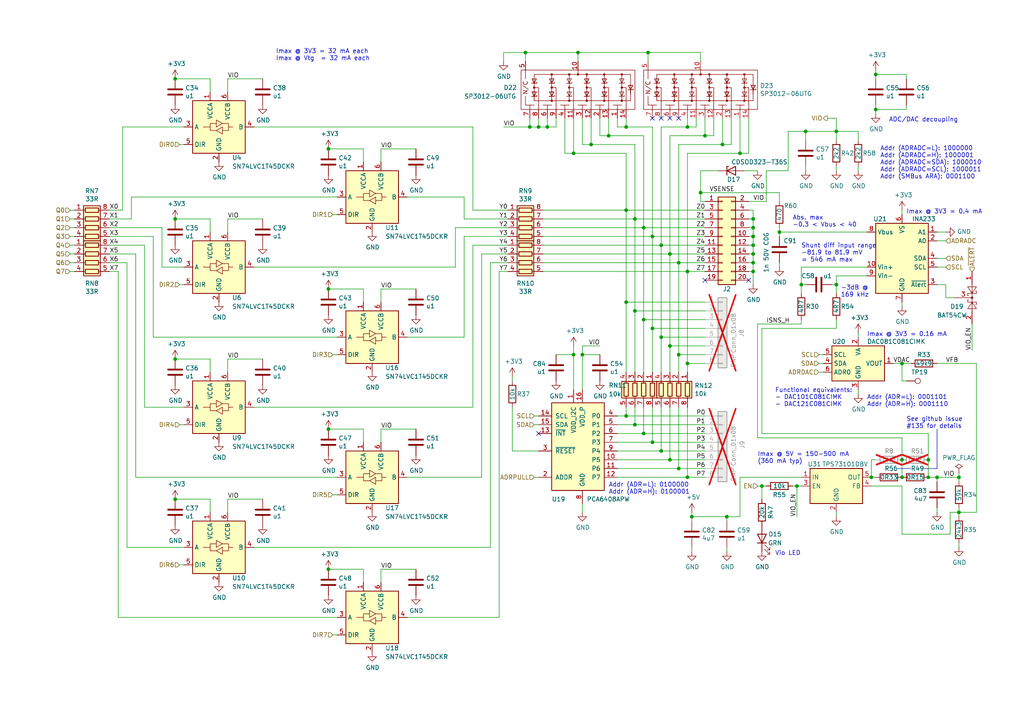
<source format=kicad_sch>
(kicad_sch (version 20231120) (generator "eeschema") (generator_version "8.0")
  (paper "A4")
  (title_block (title "I/O Buffer") (rev "C3") (company "whitequark research") (comment 1 "Glasgow Debug Tool") (comment 2 "Calculations by @awygle"))
  (junction (at 242.57 38.1))
  (junction (at 218.44 76.2))
  (junction (at 191.77 130.81))
  (junction (at 196.85 102.87))
  (junction (at 156.21 36.83))
  (junction (at 186.69 125.73))
  (junction (at 181.61 36.83))
  (junction (at 199.39 105.41))
  (junction (at 189.23 95.25))
  (junction (at 218.44 73.66))
  (junction (at 218.44 78.74))
  (junction (at 261.62 138.43))
  (junction (at 189.23 128.27))
  (junction (at 218.44 66.04))
  (junction (at 242.57 82.55))
  (junction (at 181.61 87.63))
  (junction (at 269.24 138.43))
  (junction (at 226.06 67.31))
  (junction (at 194.31 100.33))
  (junction (at 269.24 133.35))
  (junction (at 153.67 36.83))
  (junction (at 232.41 82.55))
  (junction (at 218.44 71.12))
  (junction (at 181.61 120.65))
  (junction (at 254 21.59))
  (junction (at 194.31 133.35))
  (junction (at 95.25 83.82))
  (junction (at 261.62 105.41))
  (junction (at 196.85 76.2))
  (junction (at 50.8 63.5))
  (junction (at 189.23 68.58))
  (junction (at 187.96 15.24))
  (junction (at 184.15 90.17))
  (junction (at 218.44 68.58))
  (junction (at 95.25 43.18))
  (junction (at 184.15 63.5))
  (junction (at 50.8 144.78))
  (junction (at 204.47 39.37))
  (junction (at 176.53 39.37))
  (junction (at 167.64 15.24))
  (junction (at 252.73 138.43))
  (junction (at 191.77 97.79))
  (junction (at 203.2 55.88))
  (junction (at 210.82 149.86))
  (junction (at 278.13 138.43))
  (junction (at 271.78 138.43))
  (junction (at 50.8 22.86))
  (junction (at 199.39 36.83))
  (junction (at 196.85 135.89))
  (junction (at 220.98 140.97))
  (junction (at 166.37 44.45))
  (junction (at 191.77 71.12))
  (junction (at 152.4 15.24))
  (junction (at 95.25 124.46))
  (junction (at 199.39 138.43))
  (junction (at 186.69 66.04))
  (junction (at 194.31 73.66))
  (junction (at 231.14 140.97))
  (junction (at 186.69 92.71))
  (junction (at 181.61 60.96))
  (junction (at 199.39 78.74))
  (junction (at 168.91 102.87))
  (junction (at 184.15 123.19))
  (junction (at 209.55 41.91))
  (junction (at 95.25 165.1))
  (junction (at 171.45 41.91))
  (junction (at 158.75 36.83))
  (junction (at 254 31.75))
  (junction (at 166.37 102.87))
  (junction (at 214.63 44.45))
  (junction (at 233.68 38.1))
  (junction (at 261.62 133.35))
  (junction (at 50.8 104.14))
  (junction (at 200.66 149.86))
  (junction (at 278.13 148.59))
  (junction (at 218.44 63.5))
  (no_connect (at 217.17 81.28))
  (no_connect (at 156.21 125.73))
  (no_connect (at 194.31 34.29))
  (no_connect (at 196.85 34.29))
  (no_connect (at 189.23 34.29))
  (no_connect (at 204.47 81.28))
  (no_connect (at 191.77 34.29))
  (wire (pts (xy 44.45 68.58) (xy 44.45 97.79)))
  (wire (pts (xy 66.04 144.78) (xy 76.2 144.78)))
  (wire (pts (xy 196.85 41.91) (xy 209.55 41.91)))
  (wire (pts (xy 134.62 63.5) (xy 147.32 63.5)))
  (wire (pts (xy 186.69 66.04) (xy 186.69 92.71)))
  (wire (pts (xy 242.57 85.09) (xy 242.57 82.55)))
  (wire (pts (xy 166.37 102.87) (xy 166.37 113.03)))
  (wire (pts (xy 191.77 71.12) (xy 204.47 71.12)))
  (wire (pts (xy 209.55 41.91) (xy 209.55 34.29)))
  (wire (pts (xy 179.07 123.19) (xy 184.15 123.19)))
  (wire (pts (xy 203.2 55.88) (xy 203.2 58.42)))
  (wire (pts (xy 241.3 82.55) (xy 242.57 82.55)))
  (wire (pts (xy 132.08 66.04) (xy 147.32 66.04)))
  (wire (pts (xy 50.8 104.14) (xy 60.96 104.14)))
  (wire (pts (xy 95.25 165.1) (xy 105.41 165.1)))
  (wire (pts (xy 204.47 102.87) (xy 196.85 102.87)))
  (wire (pts (xy 261.62 140.97) (xy 261.62 154.94)))
  (wire (pts (xy 21.59 68.58) (xy 20.32 68.58)))
  (wire (pts (xy 269.24 133.35) (xy 269.24 125.73)))
  (wire (pts (xy 231.14 140.97) (xy 231.14 149.86)))
  (wire (pts (xy 204.47 128.27) (xy 189.23 128.27)))
  (wire (pts (xy 34.29 78.74) (xy 34.29 179.07)))
  (wire (pts (xy 204.47 87.63) (xy 181.61 87.63)))
  (wire (pts (xy 73.66 118.11) (xy 137.16 118.11)))
  (wire (pts (xy 218.44 71.12) (xy 218.44 68.58)))
  (wire (pts (xy 152.4 15.24) (xy 167.64 15.24)))
  (wire (pts (xy 214.63 138.43) (xy 232.41 138.43)))
  (wire (pts (xy 38.1 63.5) (xy 38.1 57.15)))
  (wire (pts (xy 173.99 102.87) (xy 168.91 102.87)))
  (wire (pts (xy 261.62 105.41) (xy 264.16 105.41)))
  (wire (pts (xy 184.15 123.19) (xy 184.15 118.11)))
  (wire (pts (xy 242.57 80.01) (xy 251.46 80.01)))
  (wire (pts (xy 218.44 68.58) (xy 218.44 66.04)))
  (wire (pts (xy 210.82 149.86) (xy 214.63 149.86)))
  (wire (pts (xy 278.13 137.16) (xy 278.13 138.43)))
  (wire (pts (xy 36.83 158.75) (xy 53.34 158.75)))
  (wire (pts (xy 204.47 39.37) (xy 204.47 34.29)))
  (wire (pts (xy 232.41 82.55) (xy 232.41 77.47)))
  (wire (pts (xy 232.41 77.47) (xy 251.46 77.47)))
  (wire (pts (xy 200.66 149.86) (xy 200.66 151.13)))
  (wire (pts (xy 261.62 133.35) (xy 261.62 138.43)))
  (wire (pts (xy 242.57 38.1) (xy 248.92 38.1)))
  (wire (pts (xy 179.07 120.65) (xy 181.61 120.65)))
  (wire (pts (xy 66.04 104.14) (xy 66.04 107.95)))
  (wire (pts (xy 181.61 36.83) (xy 179.07 36.83)))
  (wire (pts (xy 186.69 118.11) (xy 186.69 125.73)))
  (wire (pts (xy 153.67 36.83) (xy 153.67 34.29)))
  (wire (pts (xy 196.85 102.87) (xy 196.85 107.95)))
  (wire (pts (xy 139.7 73.66) (xy 147.32 73.66)))
  (wire (pts (xy 207.01 39.37) (xy 207.01 34.29)))
  (wire (pts (xy 232.41 85.09) (xy 232.41 82.55)))
  (wire (pts (xy 118.11 179.07) (xy 144.78 179.07)))
  (wire (pts (xy 157.48 66.04) (xy 186.69 66.04)))
  (wire (pts (xy 220.98 140.97) (xy 219.71 140.97)))
  (wire (pts (xy 194.31 133.35) (xy 194.31 118.11)))
  (wire (pts (xy 31.75 60.96) (xy 35.56 60.96)))
  (wire (pts (xy 60.96 104.14) (xy 60.96 107.95)))
  (wire (pts (xy 269.24 125.73) (xy 220.98 125.73)))
  (wire (pts (xy 148.59 130.81) (xy 148.59 118.11)))
  (wire (pts (xy 118.11 57.15) (xy 134.62 57.15)))
  (wire (pts (xy 203.2 58.42) (xy 204.47 58.42)))
  (wire (pts (xy 251.46 67.31) (xy 226.06 67.31)))
  (polyline (pts (xy 267.97 135.89) (xy 271.78 135.89)))
  (wire (pts (xy 274.32 74.93) (xy 271.78 74.93)))
  (wire (pts (xy 157.48 60.96) (xy 181.61 60.96)))
  (wire (pts (xy 171.45 41.91) (xy 168.91 41.91)))
  (wire (pts (xy 60.96 144.78) (xy 60.96 148.59)))
  (wire (pts (xy 196.85 76.2) (xy 196.85 102.87)))
  (wire (pts (xy 73.66 77.47) (xy 132.08 77.47)))
  (wire (pts (xy 189.23 95.25) (xy 204.47 95.25)))
  (wire (pts (xy 204.47 39.37) (xy 207.01 39.37)))
  (wire (pts (xy 105.41 43.18) (xy 105.41 46.99)))
  (wire (pts (xy 60.96 22.86) (xy 60.96 26.67)))
  (wire (pts (xy 218.44 66.04) (xy 217.17 66.04)))
  (wire (pts (xy 21.59 76.2) (xy 20.32 76.2)))
  (wire (pts (xy 52.07 123.19) (xy 53.34 123.19)))
  (wire (pts (xy 226.06 68.58) (xy 226.06 67.31)))
  (wire (pts (xy 187.96 15.24) (xy 187.96 17.78)))
  (wire (pts (xy 248.92 38.1) (xy 248.92 40.64)))
  (wire (pts (xy 110.49 124.46) (xy 110.49 128.27)))
  (wire (pts (xy 228.6 49.53) (xy 228.6 38.1)))
  (wire (pts (xy 31.75 66.04) (xy 46.99 66.04)))
  (wire (pts (xy 189.23 36.83) (xy 189.23 68.58)))
  (wire (pts (xy 199.39 36.83) (xy 201.93 36.83)))
  (wire (pts (xy 184.15 41.91) (xy 171.45 41.91)))
  (wire (pts (xy 186.69 66.04) (xy 204.47 66.04)))
  (wire (pts (xy 232.41 93.98) (xy 232.41 92.71)))
  (wire (pts (xy 254 31.75) (xy 254 33.02)))
  (wire (pts (xy 50.8 144.78) (xy 60.96 144.78)))
  (wire (pts (xy 31.75 63.5) (xy 38.1 63.5)))
  (wire (pts (xy 154.94 138.43) (xy 156.21 138.43)))
  (wire (pts (xy 46.99 77.47) (xy 53.34 77.47)))
  (wire (pts (xy 275.59 148.59) (xy 275.59 154.94)))
  (wire (pts (xy 218.44 60.96) (xy 217.17 60.96)))
  (wire (pts (xy 194.31 100.33) (xy 194.31 107.95)))
  (wire (pts (xy 199.39 44.45) (xy 199.39 78.74)))
  (wire (pts (xy 31.75 71.12) (xy 41.91 71.12)))
  (polyline (pts (xy 264.16 135.89) (xy 260.35 135.89)))
  (wire (pts (xy 248.92 96.52) (xy 248.92 97.79)))
  (wire (pts (xy 237.49 107.95) (xy 238.76 107.95)))
  (wire (pts (xy 189.23 128.27) (xy 179.07 128.27)))
  (wire (pts (xy 194.31 133.35) (xy 179.07 133.35)))
  (wire (pts (xy 204.47 133.35) (xy 194.31 133.35)))
  (wire (pts (xy 156.21 36.83) (xy 158.75 36.83)))
  (wire (pts (xy 142.24 76.2) (xy 147.32 76.2)))
  (wire (pts (xy 110.49 43.18) (xy 110.49 46.99)))
  (wire (pts (xy 157.48 63.5) (xy 184.15 63.5)))
  (wire (pts (xy 203.2 15.24) (xy 203.2 17.78)))
  (wire (pts (xy 21.59 78.74) (xy 20.32 78.74)))
  (wire (pts (xy 186.69 39.37) (xy 176.53 39.37)))
  (wire (pts (xy 31.75 73.66) (xy 39.37 73.66)))
  (wire (pts (xy 187.96 15.24) (xy 203.2 15.24)))
  (wire (pts (xy 218.44 66.04) (xy 218.44 63.5)))
  (wire (pts (xy 231.14 140.97) (xy 232.41 140.97)))
  (wire (pts (xy 118.11 97.79) (xy 134.62 97.79)))
  (wire (pts (xy 218.44 73.66) (xy 218.44 71.12)))
  (wire (pts (xy 34.29 179.07) (xy 97.79 179.07)))
  (wire (pts (xy 181.61 118.11) (xy 181.61 120.65)))
  (wire (pts (xy 137.16 71.12) (xy 137.16 118.11)))
  (wire (pts (xy 242.57 82.55) (xy 242.57 80.01)))
  (wire (pts (xy 157.48 68.58) (xy 189.23 68.58)))
  (wire (pts (xy 274.32 69.85) (xy 271.78 69.85)))
  (wire (pts (xy 242.57 38.1) (xy 242.57 40.64)))
  (wire (pts (xy 271.78 138.43) (xy 278.13 138.43)))
  (wire (pts (xy 50.8 63.5) (xy 60.96 63.5)))
  (wire (pts (xy 238.76 105.41) (xy 237.49 105.41)))
  (wire (pts (xy 134.62 68.58) (xy 147.32 68.58)))
  (wire (pts (xy 181.61 60.96) (xy 181.61 87.63)))
  (wire (pts (xy 218.44 78.74) (xy 218.44 82.55)))
  (wire (pts (xy 259.08 105.41) (xy 261.62 105.41)))
  (wire (pts (xy 31.75 68.58) (xy 44.45 68.58)))
  (wire (pts (xy 134.62 63.5) (xy 134.62 57.15)))
  (wire (pts (xy 217.17 34.29) (xy 217.17 44.45)))
  (wire (pts (xy 95.25 124.46) (xy 105.41 124.46)))
  (wire (pts (xy 166.37 100.33) (xy 166.37 102.87)))
  (wire (pts (xy 275.59 154.94) (xy 261.62 154.94)))
  (wire (pts (xy 219.71 93.98) (xy 219.71 127)))
  (wire (pts (xy 278.13 147.32) (xy 278.13 148.59)))
  (wire (pts (xy 215.9 49.53) (xy 219.71 49.53)))
  (wire (pts (xy 189.23 68.58) (xy 204.47 68.58)))
  (wire (pts (xy 166.37 44.45) (xy 166.37 34.29)))
  (wire (pts (xy 184.15 90.17) (xy 204.47 90.17)))
  (wire (pts (xy 20.32 66.04) (xy 21.59 66.04)))
  (wire (pts (xy 38.1 57.15) (xy 97.79 57.15)))
  (wire (pts (xy 262.89 110.49) (xy 261.62 110.49)))
  (wire (pts (xy 199.39 105.41) (xy 199.39 107.95)))
  (wire (pts (xy 209.55 41.91) (xy 212.09 41.91)))
  (wire (pts (xy 168.91 100.33) (xy 173.99 100.33)))
  (wire (pts (xy 156.21 123.19) (xy 154.94 123.19)))
  (wire (pts (xy 158.75 36.83) (xy 158.75 34.29)))
  (wire (pts (xy 204.47 120.65) (xy 181.61 120.65)))
  (wire (pts (xy 186.69 39.37) (xy 186.69 66.04)))
  (wire (pts (xy 214.63 44.45) (xy 214.63 34.29)))
  (wire (pts (xy 148.59 109.22) (xy 148.59 110.49)))
  (wire (pts (xy 204.47 130.81) (xy 191.77 130.81)))
  (wire (pts (xy 261.62 110.49) (xy 261.62 105.41)))
  (wire (pts (xy 21.59 73.66) (xy 20.32 73.66)))
  (wire (pts (xy 271.78 77.47) (xy 274.32 77.47)))
  (wire (pts (xy 233.68 38.1) (xy 242.57 38.1)))
  (wire (pts (xy 226.06 58.42) (xy 226.06 55.88)))
  (wire (pts (xy 46.99 66.04) (xy 46.99 77.47)))
  (wire (pts (xy 168.91 41.91) (xy 168.91 34.29)))
  (wire (pts (xy 157.48 78.74) (xy 199.39 78.74)))
  (wire (pts (xy 271.78 105.41) (xy 283.21 105.41)))
  (wire (pts (xy 96.52 62.23) (xy 97.79 62.23)))
  (wire (pts (xy 161.29 36.83) (xy 161.29 34.29)))
  (wire (pts (xy 139.7 73.66) (xy 139.7 138.43)))
  (wire (pts (xy 191.77 71.12) (xy 191.77 97.79)))
  (wire (pts (xy 181.61 44.45) (xy 166.37 44.45)))
  (wire (pts (xy 184.15 63.5) (xy 184.15 90.17)))
  (wire (pts (xy 181.61 87.63) (xy 181.61 107.95)))
  (wire (pts (xy 168.91 146.05) (xy 168.91 148.59)))
  (wire (pts (xy 168.91 102.87) (xy 168.91 113.03)))
  (wire (pts (xy 276.86 86.36) (xy 274.32 86.36)))
  (wire (pts (xy 226.06 77.47) (xy 226.06 76.2)))
  (wire (pts (xy 226.06 66.04) (xy 226.06 67.31)))
  (wire (pts (xy 20.32 60.96) (xy 21.59 60.96)))
  (wire (pts (xy 248.92 113.03) (xy 248.92 114.3)))
  (wire (pts (xy 254 31.75) (xy 262.89 31.75)))
  (wire (pts (xy 39.37 73.66) (xy 39.37 138.43)))
  (wire (pts (xy 254 21.59) (xy 262.89 21.59)))
  (wire (pts (xy 200.66 148.59) (xy 200.66 149.86)))
  (wire (pts (xy 154.94 120.65) (xy 156.21 120.65)))
  (wire (pts (xy 41.91 71.12) (xy 41.91 118.11)))
  (wire (pts (xy 214.63 44.45) (xy 217.17 44.45)))
  (wire (pts (xy 184.15 63.5) (xy 204.47 63.5)))
  (wire (pts (xy 44.45 97.79) (xy 97.79 97.79)))
  (wire (pts (xy 222.25 49.53) (xy 228.6 49.53)))
  (wire (pts (xy 233.68 82.55) (xy 232.41 82.55)))
  (wire (pts (xy 21.59 63.5) (xy 20.32 63.5)))
  (wire (pts (xy 220.98 125.73) (xy 220.98 95.25)))
  (wire (pts (xy 96.52 143.51) (xy 97.79 143.51)))
  (wire (pts (xy 189.23 68.58) (xy 189.23 95.25)))
  (wire (pts (xy 105.41 165.1) (xy 105.41 168.91)))
  (wire (pts (xy 218.44 63.5) (xy 217.17 63.5)))
  (wire (pts (xy 212.09 34.29) (xy 212.09 41.91)))
  (wire (pts (xy 189.23 36.83) (xy 181.61 36.83)))
  (wire (pts (xy 278.13 148.59) (xy 278.13 149.86)))
  (wire (pts (xy 66.04 104.14) (xy 76.2 104.14)))
  (wire (pts (xy 189.23 128.27) (xy 189.23 118.11)))
  (wire (pts (xy 189.23 95.25) (xy 189.23 107.95)))
  (wire (pts (xy 254 30.48) (xy 254 31.75)))
  (wire (pts (xy 228.6 38.1) (xy 233.68 38.1)))
  (wire (pts (xy 204.47 138.43) (xy 199.39 138.43)))
  (wire (pts (xy 132.08 66.04) (xy 132.08 77.47)))
  (wire (pts (xy 66.04 144.78) (xy 66.04 148.59)))
  (wire (pts (xy 199.39 34.29) (xy 199.39 36.83)))
  (wire (pts (xy 66.04 22.86) (xy 76.2 22.86)))
  (wire (pts (xy 142.24 76.2) (xy 142.24 158.75)))
  (wire (pts (xy 262.89 21.59) (xy 262.89 22.86)))
  (wire (pts (xy 252.73 138.43) (xy 252.73 133.35)))
  (wire (pts (xy 95.25 43.18) (xy 105.41 43.18)))
  (polyline (pts (xy 271.78 135.89) (xy 271.78 124.46)))
  (wire (pts (xy 194.31 39.37) (xy 194.31 73.66)))
  (wire (pts (xy 237.49 102.87) (xy 238.76 102.87)))
  (wire (pts (xy 146.05 17.78) (xy 146.05 15.24)))
  (wire (pts (xy 186.69 92.71) (xy 186.69 107.95)))
  (wire (pts (xy 281.94 93.98) (xy 281.94 101.6)))
  (wire (pts (xy 21.59 71.12) (xy 20.32 71.12)))
  (wire (pts (xy 200.66 149.86) (xy 210.82 149.86)))
  (wire (pts (xy 157.48 73.66) (xy 194.31 73.66)))
  (wire (pts (xy 153.67 36.83) (xy 146.05 36.83)))
  (wire (pts (xy 271.78 147.32) (xy 271.78 148.59)))
  (wire (pts (xy 179.07 125.73) (xy 186.69 125.73)))
  (wire (pts (xy 278.13 148.59) (xy 275.59 148.59)))
  (wire (pts (xy 167.64 15.24) (xy 187.96 15.24)))
  (wire (pts (xy 218.44 63.5) (xy 218.44 60.96)))
  (wire (pts (xy 219.71 93.98) (xy 232.41 93.98)))
  (wire (pts (xy 201.93 36.83) (xy 201.93 34.29)))
  (wire (pts (xy 144.78 78.74) (xy 144.78 179.07)))
  (wire (pts (xy 233.68 40.64) (xy 233.68 38.1)))
  (wire (pts (xy 261.62 87.63) (xy 261.62 88.9)))
  (wire (pts (xy 203.2 55.88) (xy 203.2 49.53)))
  (wire (pts (xy 181.61 36.83) (xy 181.61 34.29)))
  (wire (pts (xy 95.25 83.82) (xy 105.41 83.82)))
  (wire (pts (xy 168.91 100.33) (xy 168.91 102.87)))
  (wire (pts (xy 191.77 97.79) (xy 191.77 107.95)))
  (wire (pts (xy 181.61 60.96) (xy 204.47 60.96)))
  (wire (pts (xy 262.89 31.75) (xy 262.89 30.48)))
  (wire (pts (xy 194.31 73.66) (xy 194.31 100.33)))
  (wire (pts (xy 261.62 62.23) (xy 261.62 60.96)))
  (wire (pts (xy 73.66 158.75) (xy 142.24 158.75)))
  (wire (pts (xy 261.62 133.35) (xy 261.62 127)))
  (wire (pts (xy 242.57 34.29) (xy 242.57 38.1)))
  (wire (pts (xy 218.44 76.2) (xy 218.44 73.66)))
  (wire (pts (xy 242.57 95.25) (xy 242.57 92.71)))
  (wire (pts (xy 203.2 49.53) (xy 208.28 49.53)))
  (wire (pts (xy 191.77 118.11) (xy 191.77 130.81)))
  (wire (pts (xy 204.47 123.19) (xy 184.15 123.19)))
  (wire (pts (xy 278.13 138.43) (xy 278.13 139.7)))
  (wire (pts (xy 179.07 36.83) (xy 179.07 34.29)))
  (wire (pts (xy 222.25 49.53) (xy 222.25 58.42)))
  (wire (pts (xy 137.16 36.83) (xy 137.16 60.96)))
  (wire (pts (xy 229.87 140.97) (xy 231.14 140.97)))
  (wire (pts (xy 204.47 100.33) (xy 194.31 100.33)))
  (wire (pts (xy 96.52 102.87) (xy 97.79 102.87)))
  (wire (pts (xy 137.16 60.96) (xy 147.32 60.96)))
  (wire (pts (xy 196.85 118.11) (xy 196.85 135.89)))
  (wire (pts (xy 204.47 92.71) (xy 186.69 92.71)))
  (wire (pts (xy 248.92 48.26) (xy 248.92 49.53)))
  (wire (pts (xy 191.77 36.83) (xy 199.39 36.83)))
  (wire (pts (xy 110.49 165.1) (xy 120.65 165.1)))
  (wire (pts (xy 210.82 149.86) (xy 210.82 151.13)))
  (wire (pts (xy 194.31 39.37) (xy 204.47 39.37)))
  (wire (pts (xy 204.47 97.79) (xy 191.77 97.79)))
  (wire (pts (xy 217.17 58.42) (xy 222.25 58.42)))
  (wire (pts (xy 52.07 41.91) (xy 53.34 41.91)))
  (wire (pts (xy 73.66 36.83) (xy 137.16 36.83)))
  (wire (pts (xy 199.39 78.74) (xy 199.39 105.41)))
  (wire (pts (xy 191.77 36.83) (xy 191.77 71.12)))
  (wire (pts (xy 196.85 76.2) (xy 204.47 76.2)))
  (wire (pts (xy 274.32 82.55) (xy 271.78 82.55)))
  (wire (pts (xy 35.56 60.96) (xy 35.56 36.83)))
  (wire (pts (xy 218.44 68.58) (xy 217.17 68.58)))
  (wire (pts (xy 252.73 140.97) (xy 261.62 140.97)))
  (wire (pts (xy 110.49 43.18) (xy 120.65 43.18)))
  (wire (pts (xy 199.39 138.43) (xy 179.07 138.43)))
  (wire (pts (xy 218.44 76.2) (xy 217.17 76.2)))
  (wire (pts (xy 204.47 125.73) (xy 186.69 125.73)))
  (wire (pts (xy 39.37 138.43) (xy 97.79 138.43)))
  (wire (pts (xy 171.45 41.91) (xy 171.45 34.29)))
  (wire (pts (xy 242.57 48.26) (xy 242.57 49.53)))
  (wire (pts (xy 163.83 44.45) (xy 163.83 34.29)))
  (wire (pts (xy 254 20.32) (xy 254 21.59)))
  (wire (pts (xy 204.47 135.89) (xy 196.85 135.89)))
  (wire (pts (xy 269.24 133.35) (xy 269.24 138.43)))
  (wire (pts (xy 105.41 124.46) (xy 105.41 128.27)))
  (wire (pts (xy 240.03 34.29) (xy 242.57 34.29)))
  (wire (pts (xy 199.39 44.45) (xy 214.63 44.45)))
  (wire (pts (xy 214.63 138.43) (xy 214.63 149.86)))
  (wire (pts (xy 161.29 102.87) (xy 166.37 102.87)))
  (wire (pts (xy 242.57 148.59) (xy 242.57 149.86)))
  (wire (pts (xy 146.05 15.24) (xy 152.4 15.24)))
  (wire (pts (xy 199.39 138.43) (xy 199.39 118.11)))
  (wire (pts (xy 220.98 95.25) (xy 242.57 95.25)))
  (wire (pts (xy 144.78 78.74) (xy 147.32 78.74)))
  (wire (pts (xy 218.44 78.74) (xy 217.17 78.74)))
  (wire (pts (xy 261.62 127) (xy 219.71 127)))
  (wire (pts (xy 181.61 44.45) (xy 181.61 60.96)))
  (wire (pts (xy 31.75 78.74) (xy 34.29 78.74)))
  (wire (pts (xy 203.2 55.88) (xy 226.06 55.88)))
  (wire (pts (xy 218.44 73.66) (xy 217.17 73.66)))
  (wire (pts (xy 157.48 76.2) (xy 196.85 76.2)))
  (wire (pts (xy 274.32 67.31) (xy 271.78 67.31)))
  (wire (pts (xy 283.21 148.59) (xy 278.13 148.59)))
  (wire (pts (xy 204.47 105.41) (xy 199.39 105.41)))
  (wire (pts (xy 137.16 71.12) (xy 147.32 71.12)))
  (wire (pts (xy 210.82 158.75) (xy 210.82 160.02)))
  (wire (pts (xy 220.98 140.97) (xy 220.98 144.78)))
  (wire (pts (xy 66.04 22.86) (xy 66.04 26.67)))
  (wire (pts (xy 152.4 15.24) (xy 152.4 17.78)))
  (wire (pts (xy 220.98 140.97) (xy 222.25 140.97)))
  (wire (pts (xy 176.53 39.37) (xy 173.99 39.37)))
  (wire (pts (xy 271.78 139.7) (xy 271.78 138.43)))
  (wire (pts (xy 105.41 83.82) (xy 105.41 87.63)))
  (wire (pts (xy 110.49 165.1) (xy 110.49 168.91)))
  (wire (pts (xy 35.56 36.83) (xy 53.34 36.83)))
  (wire (pts (xy 269.24 138.43) (xy 271.78 138.43)))
  (wire (pts (xy 167.64 15.24) (xy 167.64 17.78)))
  (wire (pts (xy 52.07 163.83) (xy 53.34 163.83)))
  (wire (pts (xy 254 21.59) (xy 254 22.86)))
  (wire (pts (xy 199.39 78.74) (xy 204.47 78.74)))
  (wire (pts (xy 283.21 148.59) (xy 283.21 105.41)))
  (wire (pts (xy 218.44 78.74) (xy 218.44 76.2)))
  (wire (pts (xy 60.96 63.5) (xy 60.96 67.31)))
  (wire (pts (xy 166.37 44.45) (xy 163.83 44.45)))
  (wire (pts (xy 274.32 86.36) (xy 274.32 82.55)))
  (wire (pts (xy 110.49 83.82) (xy 110.49 87.63)))
  (wire (pts (xy 176.53 39.37) (xy 176.53 34.29)))
  (wire (pts (xy 218.44 71.12) (xy 217.17 71.12)))
  (wire (pts (xy 173.99 39.37) (xy 173.99 34.29)))
  (wire (pts (xy 96.52 184.15) (xy 97.79 184.15)))
  (wire (pts (xy 52.07 82.55) (xy 53.34 82.55)))
  (wire (pts (xy 179.07 130.81) (xy 191.77 130.81)))
  (wire (pts (xy 200.66 158.75) (xy 200.66 160.02)))
  (wire (pts (xy 36.83 76.2) (xy 36.83 158.75)))
  (wire (pts (xy 134.62 68.58) (xy 134.62 97.79)))
  (wire (pts (xy 66.04 63.5) (xy 66.04 67.31)))
  (wire (pts (xy 184.15 41.91) (xy 184.15 63.5)))
  (wire (pts (xy 153.67 36.83) (xy 156.21 36.83)))
  (wire (pts (xy 156.21 36.83) (xy 156.21 34.29)))
  (wire (pts (xy 278.13 157.48) (xy 278.13 158.75)))
  (wire (pts (xy 110.49 124.46) (xy 120.65 124.46)))
  (wire (pts (xy 110.49 83.82) (xy 120.65 83.82)))
  (wire (pts (xy 233.68 48.26) (xy 233.68 49.53)))
  (wire (pts (xy 157.48 71.12) (xy 191.77 71.12)))
  (wire (pts (xy 158.75 36.83) (xy 161.29 36.83)))
  (wire (pts (xy 41.91 118.11) (xy 53.34 118.11)))
  (wire (pts (xy 66.04 63.5) (xy 76.2 63.5)))
  (wire (pts (xy 31.75 76.2) (xy 36.83 76.2)))
  (wire (pts (xy 252.73 138.43) (xy 254 138.43)))
  (wire (pts (xy 179.07 135.89) (xy 196.85 135.89)))
  (wire (pts (xy 194.31 73.66) (xy 204.47 73.66)))
  (wire (pts (xy 156.21 130.81) (xy 148.59 130.81)))
  (wire (pts (xy 184.15 90.17) (xy 184.15 107.95)))
  (wire (pts (xy 118.11 138.43) (xy 139.7 138.43)))
  (wire (pts (xy 196.85 41.91) (xy 196.85 76.2)))
  (wire (pts (xy 50.8 22.86) (xy 60.96 22.86)))
  (wire (pts (xy 252.73 133.35) (xy 254 133.35)))
  (text "Imax @ 5V = 150-500 mA\n(360 mA typ)" (at 219.71 134.62 0) (effects (font (size 1.27 1.27)) (justify left bottom)))
  (text "ADC/DAC decoupling" (at 257.81 35.56 0) (effects (font (size 1.27 1.27)) (justify left bottom)))
  (text "Vio LED" (at 224.79 161.29 0) (effects (font (size 1.27 1.27)) (justify left bottom)))
  (text "Imax @ 3V3 = 32 mA each\nImax @ Vtg  = 32 mA each" (at 80.01 17.78 0) (effects (font (size 1.27 1.27)) (justify left bottom)))
  (text "Imax @ 3V3 = 0.4 mA" (at 262.89 62.23 0) (effects (font (size 1.27 1.27)) (justify left bottom)))
  (text "Shunt diff input range\n-81.9 to 81.9 mV\n= 546 mA max" (at 232.41 76.2 0) (effects (font (size 1.27 1.27)) (justify left bottom)))
  (text "See github issue \n#135 for details" (at 262.89 124.46 0) (effects (font (size 1.27 1.27)) (justify left bottom)))
  (text "Abs. max\n-0.3 < Vbus < 40\n" (at 229.87 66.04 0) (effects (font (size 1.27 1.27)) (justify left bottom)))
  (text "-3dB @\n169 kHz" (at 243.84 86.36 0) (effects (font (size 1.27 1.27)) (justify left bottom)))
  (text "Addr (ADR=L): 0001101\nAddr (ADR=H): 0001110" (at 251.46 118.11 0) (effects (font (size 1.27 1.27)) (justify left bottom)))
  (text "Addr (ADR=L): 0100000\nAddr (ADR=H): 0100001" (at 176.53 143.51 0) (effects (font (size 1.27 1.27)) (justify left bottom)))
  (text "Addr (ADRADC=L): 1000000\nAddr (ADRADC=H): 1000001\nAddr (ADRADC=SDA): 1000010\nAddr (ADRADC=SCL): 1000011\nAddr (SMBus ARA): 0001100" (at 255.27 52.07 0) (effects (font (size 1.27 1.27)) (justify left bottom)))
  (text "Functional equivalents:\n- DAC101C081CIMK\n- DAC121C081CIMK\n" (at 224.79 118.11 0) (effects (font (size 1.27 1.27)) (justify left bottom)))
  (text "Imax @ 3V3 = 0.16 mA" (at 251.46 97.79 0) (effects (font (size 1.27 1.27)) (justify left bottom)))
  (label "VIO" (at 66.04 144.78 0))
  (label "VIO" (at 218.44 58.42 0))
  (label "X4" (at 31.75 71.12 0))
  (label "P0" (at 201.93 120.65 0))
  (label "P1" (at 201.93 123.19 0))
  (label "VFB" (at 274.32 105.41 0))
  (label "X7" (at 31.75 78.74 0))
  (label "Y3" (at 144.78 68.58 0))
  (label "X0" (at 31.75 60.96 0))
  (label "Z1" (at 201.93 63.5 0))
  (label "VIO" (at 276.86 138.43 180))
  (label "Z2" (at 201.93 66.04 0))
  (label "VSENSE" (at 205.74 55.88 0))
  (label "VIO" (at 110.49 83.82 0))
  (label "P7" (at 201.93 138.43 0))
  (label "X2" (at 31.75 66.04 0))
  (label "VIO" (at 110.49 165.1 0))
  (label "Y5" (at 144.78 73.66 0))
  (label "X6" (at 31.75 76.2 0))
  (label "VIO" (at 146.05 36.83 0))
  (label "Z0" (at 201.93 60.96 0))
  (label "VDAC" (at 259.08 105.41 0))
  (label "P4" (at 201.93 130.81 0))
  (label "ISNS_H" (at 222.25 93.98 0))
  (label "Z3" (at 201.93 68.58 0))
  (label "P6" (at 201.93 135.89 0))
  (label "P3" (at 201.93 128.27 0))
  (label "Z5" (at 201.93 73.66 0))
  (label "Y1" (at 144.78 63.5 0))
  (label "P5" (at 201.93 133.35 0))
  (label "Y6" (at 144.78 76.2 0))
  (label "Z6" (at 201.93 76.2 0))
  (label "VIO" (at 110.49 124.46 0))
  (label "Y7" (at 144.78 78.74 0))
  (label "VIO_EN" (at 281.94 101.6 90))
  (label "VIO" (at 66.04 22.86 0))
  (label "VIO_EN" (at 231.14 149.86 90))
  (label "VIO" (at 66.04 104.14 0))
  (label "X3" (at 31.75 68.58 0))
  (label "Y4" (at 144.78 71.12 0))
  (label "Z4" (at 201.93 71.12 0))
  (label "X1" (at 31.75 63.5 0))
  (label "Z7" (at 201.93 78.74 0))
  (label "VIO" (at 110.49 43.18 0))
  (label "VIO" (at 66.04 63.5 0))
  (label "X5" (at 31.75 73.66 0))
  (label "Y0" (at 144.78 60.96 0))
  (label "P2" (at 201.93 125.73 0))
  (label "Y2" (at 144.78 66.04 0))
  (label "VIO" (at 173.99 100.33 180))
  (hierarchical_label "DIR5" (shape input) (at 96.52 143.51 180))
  (hierarchical_label "SDA" (shape input) (at 237.49 105.41 180))
  (hierarchical_label "DIR2" (shape input) (at 52.07 82.55 180))
  (hierarchical_label "SCL" (shape input) (at 237.49 102.87 180))
  (hierarchical_label "Q2" (shape input) (at 20.32 66.04 180))
  (hierarchical_label "DIR4" (shape input) (at 52.07 123.19 180))
  (hierarchical_label "VIO" (shape output) (at 240.03 34.29 180))
  (hierarchical_label "ADRPULL" (shape input) (at 154.94 138.43 180))
  (hierarchical_label "DIR7" (shape input) (at 96.52 184.15 180))
  (hierarchical_label "~{ALERT}" (shape input) (at 281.94 78.74 90))
  (hierarchical_label "Q1" (shape input) (at 20.32 63.5 180))
  (hierarchical_label "ADRDAC" (shape input) (at 237.49 107.95 180))
  (hierarchical_label "Q6" (shape input) (at 20.32 76.2 180))
  (hierarchical_label "Q0" (shape input) (at 20.32 60.96 180))
  (hierarchical_label "SCL" (shape input) (at 154.94 120.65 180))
  (hierarchical_label "Q3" (shape input) (at 20.32 68.58 180))
  (hierarchical_label "ADRADC" (shape input) (at 274.32 69.85 0))
  (hierarchical_label "SDA" (shape input) (at 154.94 123.19 180))
  (hierarchical_label "SCL" (shape input) (at 274.32 77.47 0))
  (hierarchical_label "EN" (shape input) (at 219.71 140.97 180))
  (hierarchical_label "DIR0" (shape input) (at 52.07 41.91 180))
  (hierarchical_label "Q4" (shape input) (at 20.32 71.12 180))
  (hierarchical_label "Q7" (shape input) (at 20.32 78.74 180))
  (hierarchical_label "DIR1" (shape input) (at 96.52 62.23 180))
  (hierarchical_label "Q5" (shape input) (at 20.32 73.66 180))
  (hierarchical_label "SDA" (shape input) (at 274.32 74.93 0))
  (hierarchical_label "DIR6" (shape input) (at 52.07 163.83 180))
  (hierarchical_label "DIR3" (shape input) (at 96.52 102.87 180))
  (symbol (lib_id "Device:C") (at 210.82 154.94 0) (unit 1)
    (property "Reference" "C59" (at 213.741 153.7716 0) (effects (justify left)))
    (property "Value" "u1" (at 213.741 156.083 0) (effects (justify left)))
    (property "Footprint" "Capacitor_SMD:C_0402_1005Metric" (effects (hide yes)))
    (property "Datasheet" "https://www.mouser.com/datasheet/2/396/mlcc02_e-1307760.pdf" (effects (hide yes)))
    (property "Mfg" "Taiyo Yuden" (effects (hide yes)))
    (property "MPN" "TMK105BJ104KV-F" (effects (hide yes)))
    (property "1b2-bom-key" "cap-cer-0402-100n" (effects (hide yes)))
    (instances (project "glasgow" (path "" (reference "C59") (unit 1)) (path "" (reference "C45") (unit 1))))
  )
  (symbol (lib_id "Analog_DAC:DAC081C081CIMK") (at 248.92 105.41 0) (unit 1)
    (property "Reference" "U20" (at 241.3 99.06 0) (effects (justify left)))
    (property "Value" "DAC081C081CIMK" (at 251.46 99.06 0) (effects (justify left)))
    (property "Footprint" "Glasgow:SOT-23-6" (effects (hide yes)))
    (property "Datasheet" "http://www.ti.com/lit/ds/symlink/dac081c081.pdf" (effects (hide yes)))
    (property "Mfg" "Texas Instruments" (effects (hide yes)))
    (property "MPN" "DAC081C081CIMK/NOPB" (effects (hide yes)))
    (property "1b2-bom-key" "ic-sot23-6-dac081c081cimk" (effects (hide yes)))
    (instances (project "glasgow" (path "" (reference "U20") (unit 1)) (path "" (reference "U13") (unit 1))))
  )
  (symbol (lib_id "power:GND") (at 261.62 88.9 0) (unit 1)
    (property "Reference" "#PWR090" (effects (hide yes)))
    (property "Value" "GND" (at 261.747 93.2942 0))
    (instances (project "glasgow" (path "" (reference "#PWR090") (unit 1)) (path "" (reference "#PWR0135") (unit 1))))
  )
  (symbol (lib_id "power:GND") (at 248.92 114.3 0) (unit 1)
    (property "Reference" "#PWR078" (effects (hide yes)))
    (property "Value" "GND" (at 249.047 118.6942 0))
    (instances (project "glasgow" (path "" (reference "#PWR078") (unit 1)) (path "" (reference "#PWR0136") (unit 1))))
  )
  (symbol (lib_id "power:+3.3V") (at 248.92 96.52 0) (unit 1)
    (property "Reference" "#PWR077" (effects (hide yes)))
    (property "Value" "+3V3" (at 249.301 92.1258 0))
    (instances (project "glasgow" (path "" (reference "#PWR077") (unit 1)) (path "" (reference "#PWR0137") (unit 1))))
  )
  (symbol (lib_id "power:+3.3V") (at 261.62 60.96 0) (unit 1)
    (property "Reference" "#PWR089" (effects (hide yes)))
    (property "Value" "+3V3" (at 262.001 56.5658 0))
    (instances (project "glasgow" (path "" (reference "#PWR089") (unit 1)) (path "" (reference "#PWR0138") (unit 1))))
  )
  (symbol (lib_id "power:GND") (at 218.44 82.55 0) (unit 1)
    (property "Reference" "#PWR080" (effects (hide yes)))
    (property "Value" "GND" (at 218.567 86.9442 0))
    (instances (project "glasgow" (path "" (reference "#PWR080") (unit 1)) (path "" (reference "#PWR0132") (unit 1))))
  )
  (symbol (lib_id "Connector_Generic:Conn_02x10_Odd_Even") (at 209.55 68.58 0) (unit 1)
    (property "Reference" "J2" (at 210.82 83.82 0))
    (property "Value" "IDC-Header_2x10_P2.54mm" (effects (hide yes)))
    (property "Footprint" "Connector_IDC:IDC-Header_2x10_P2.54mm_Vertical" (effects (hide yes)))
    (property "Datasheet" "https://www.mouser.com/datasheet/2/276/0878342019_PCB_HEADERS-152849.pdf" (effects (hide yes)))
    (property "Mfg" "Molex" (effects (hide yes)))
    (property "MPN" "87834-2019" (effects (hide yes)))
    (property "1b2-bom-key" "conn-th-01in-10-2-hdr-shr" (effects (hide yes)))
    (instances (project "glasgow" (path "" (reference "J2") (unit 1)) (path "" (reference "J3") (unit 1))))
  )
  (symbol (lib_id "Device:C") (at 254 26.67 0) (unit 1)
    (property "Reference" "C55" (at 256.921 25.5016 0) (effects (justify left)))
    (property "Value" "u1" (at 256.921 27.813 0) (effects (justify left)))
    (property "Footprint" "Capacitor_SMD:C_0402_1005Metric" (effects (hide yes)))
    (property "Datasheet" "https://www.mouser.com/datasheet/2/396/mlcc02_e-1307760.pdf" (effects (hide yes)))
    (property "Mfg" "Taiyo Yuden" (effects (hide yes)))
    (property "MPN" "TMK105BJ104KV-F" (effects (hide yes)))
    (property "1b2-bom-key" "cap-cer-0402-100n" (effects (hide yes)))
    (instances (project "glasgow" (path "" (reference "C55") (unit 1)) (path "" (reference "C30") (unit 1))))
  )
  (symbol (lib_id "power:GND") (at 254 33.02 0) (unit 1)
    (property "Reference" "#PWR082" (effects (hide yes)))
    (property "Value" "GND" (at 254.127 37.4142 0))
    (instances (project "glasgow" (path "" (reference "#PWR082") (unit 1)) (path "" (reference "#PWR0154") (unit 1))))
  )
  (symbol (lib_id "power:+3.3V") (at 254 20.32 0) (unit 1)
    (property "Reference" "#PWR081" (effects (hide yes)))
    (property "Value" "+3V3" (at 254.381 15.9258 0))
    (instances (project "glasgow" (path "" (reference "#PWR081") (unit 1)) (path "" (reference "#PWR0155") (unit 1))))
  )
  (symbol (lib_id "Device:C") (at 262.89 26.67 0) (unit 1)
    (property "Reference" "C56" (at 265.811 25.5016 0) (effects (justify left)))
    (property "Value" "u1" (at 265.811 27.813 0) (effects (justify left)))
    (property "Footprint" "Capacitor_SMD:C_0402_1005Metric" (effects (hide yes)))
    (property "Datasheet" "https://www.mouser.com/datasheet/2/396/mlcc02_e-1307760.pdf" (effects (hide yes)))
    (property "Mfg" "Taiyo Yuden" (effects (hide yes)))
    (property "MPN" "TMK105BJ104KV-F" (effects (hide yes)))
    (property "1b2-bom-key" "cap-cer-0402-100n" (effects (hide yes)))
    (instances (project "glasgow" (path "" (reference "C56") (unit 1)) (path "" (reference "C32") (unit 1))))
  )
  (symbol (lib_id "Regulator_Linear:TPS73101DBV") (at 242.57 140.97 0) (unit 1)
    (property "Reference" "U31" (at 236.22 134.62 0))
    (property "Value" "TPS73101DBV" (at 245.11 134.62 0))
    (property "Footprint" "Glasgow:SOT-23-5" (effects (hide yes)))
    (property "Datasheet" "http://www.ti.com/lit/ds/symlink/tps731.pdf" (effects (hide yes)))
    (property "Mfg" "Texas Instruments" (effects (hide yes)))
    (property "MPN" "TPS73101DBVR" (effects (hide yes)))
    (property "1b2-bom-key" "ic-sot23-5-tps73101dbv" (effects (hide yes)))
    (instances (project "glasgow" (path "" (reference "U31") (unit 1)) (path "" (reference "U14") (unit 1))))
  )
  (symbol (lib_id "power:GND") (at 242.57 149.86 0) (unit 1)
    (property "Reference" "#PWR091" (effects (hide yes)))
    (property "Value" "GND" (at 242.697 154.2542 0))
    (instances (project "glasgow" (path "" (reference "#PWR091") (unit 1)) (path "" (reference "#PWR0160") (unit 1))))
  )
  (symbol (lib_id "power:+5V") (at 200.66 148.59 0) (unit 1)
    (property "Reference" "#PWR086" (effects (hide yes)))
    (property "Value" "+5V" (at 201.041 144.1958 0))
    (instances (project "glasgow" (path "" (reference "#PWR086") (unit 1)) (path "" (reference "#PWR0161") (unit 1))))
  )
  (symbol (lib_id "Device:C") (at 233.68 44.45 0) (unit 1)
    (property "Reference" "C57" (at 236.601 43.2816 0) (effects (justify left)))
    (property "Value" "u1" (at 236.601 45.593 0) (effects (justify left)))
    (property "Footprint" "Capacitor_SMD:C_0402_1005Metric" (effects (hide yes)))
    (property "Datasheet" "https://www.mouser.com/datasheet/2/396/mlcc02_e-1307760.pdf" (effects (hide yes)))
    (property "Mfg" "Taiyo Yuden" (effects (hide yes)))
    (property "MPN" "TMK105BJ104KV-F" (effects (hide yes)))
    (property "1b2-bom-key" "cap-cer-0402-100n" (effects (hide yes)))
    (instances (project "glasgow" (path "" (reference "C57") (unit 1)) (path "" (reference "C46") (unit 1))))
  )
  (symbol (lib_id "power:GND") (at 233.68 49.53 0) (unit 1)
    (property "Reference" "#PWR084" (effects (hide yes)))
    (property "Value" "GND" (at 233.807 53.9242 0))
    (instances (project "glasgow" (path "" (reference "#PWR084") (unit 1)) (path "" (reference "#PWR0162") (unit 1))))
  )
  (symbol (lib_id "power:GND") (at 200.66 160.02 0) (unit 1)
    (property "Reference" "#PWR087" (effects (hide yes)))
    (property "Value" "GND" (at 200.787 164.4142 0))
    (instances (project "glasgow" (path "" (reference "#PWR087") (unit 1)) (path "" (reference "#PWR0163") (unit 1))))
  )
  (symbol (lib_id "Device:R") (at 278.13 143.51 180) (unit 1)
    (property "Reference" "R34" (at 279.4 143.51 0) (effects (justify right)))
    (property "Value" "59k" (at 278.13 143.51 90))
    (property "Footprint" "Resistor_SMD:R_0402_1005Metric" (effects (hide yes)))
    (property "Datasheet" "https://www.mouser.com/datasheet/2/447/PYu-RC_Group_51_RoHS_L_10-1527934.pdf" (effects (hide yes)))
    (property "Mfg" "Yageo" (effects (hide yes)))
    (property "MPN" "RC0402FR-1359KL" (effects (hide yes)))
    (property "1b2-bom-key" "res-0402-59k" (effects (hide yes)))
    (instances (project "glasgow" (path "" (reference "R34") (unit 1)) (path "" (reference "R28") (unit 1))))
  )
  (symbol (lib_id "Device:R") (at 278.13 153.67 180) (unit 1)
    (property "Reference" "R35" (at 279.4 153.67 0) (effects (justify right)))
    (property "Value" "24k3" (at 278.13 153.67 90))
    (property "Footprint" "Resistor_SMD:R_0402_1005Metric" (effects (hide yes)))
    (property "Datasheet" "https://www.mouser.com/datasheet/2/447/PYu-RC_Group_51_RoHS_L_10-1527934.pdf" (effects (hide yes)))
    (property "Mfg" "Yageo" (effects (hide yes)))
    (property "MPN" "RC0402FR-1324K3L" (effects (hide yes)))
    (property "1b2-bom-key" "res-0402-24k3" (effects (hide yes)))
    (instances (project "glasgow" (path "" (reference "R35") (unit 1)) (path "" (reference "R29") (unit 1))))
  )
  (symbol (lib_id "Device:R") (at 267.97 105.41 90) (unit 1)
    (property "Reference" "R33" (at 267.97 102.87 90))
    (property "Value" "49k9" (at 267.97 105.41 90))
    (property "Footprint" "Resistor_SMD:R_0402_1005Metric" (effects (hide yes)))
    (property "Datasheet" "https://www.mouser.com/datasheet/2/447/PYu-RC_Group_51_RoHS_L_10-1527934.pdf" (effects (hide yes)))
    (property "Mfg" "Yageo" (effects (hide yes)))
    (property "MPN" "RC0402FR-1349K9L" (effects (hide yes)))
    (property "1b2-bom-key" "res-0402-49k9" (effects (hide yes)))
    (instances (project "glasgow" (path "" (reference "R33") (unit 1)) (path "" (reference "R27") (unit 1))))
  )
  (symbol (lib_id "power:GND") (at 278.13 158.75 0) (unit 1)
    (property "Reference" "#PWR092" (effects (hide yes)))
    (property "Value" "GND" (at 278.257 163.1442 0))
    (instances (project "glasgow" (path "" (reference "#PWR092") (unit 1)) (path "" (reference "#PWR0164") (unit 1))))
  )
  (symbol (lib_id "Logic_LevelTranslator:SN74LVC1T45DCK") (at 63.5 36.83 0) (unit 1)
    (property "Reference" "U4" (at 67.31 45.72 0) (effects (justify left)))
    (property "Value" "SN74LVC1T45DCKR" (at 67.31 48.26 0) (effects (justify left)))
    (property "Footprint" "Glasgow:SOT-363_SC-70-6" (effects (hide yes)))
    (property "Datasheet" "http://www.ti.com/lit/ds/symlink/sn74lvc1t45.pdf" (effects (hide yes)))
    (property "Mfg" "Texas Instruments" (effects (hide yes)))
    (property "MPN" "SN74LVC1T45DCKR" (effects (hide yes)))
    (property "1b2-bom-key" "ic-sot563-sn4lvc1t45dckr" (effects (hide yes)))
    (instances (project "glasgow" (path "" (reference "U4") (unit 1)) (path "" (reference "U22") (unit 1))))
  )
  (symbol (lib_id "Device:C") (at 50.8 26.67 0) (unit 1)
    (property "Reference" "C34" (at 53.721 25.5016 0) (effects (justify left)))
    (property "Value" "u1" (at 53.721 27.813 0) (effects (justify left)))
    (property "Footprint" "Capacitor_SMD:C_0402_1005Metric" (effects (hide yes)))
    (property "Datasheet" "https://www.mouser.com/datasheet/2/396/mlcc02_e-1307760.pdf" (effects (hide yes)))
    (property "Mfg" "Taiyo Yuden" (effects (hide yes)))
    (property "MPN" "TMK105BJ104KV-F" (effects (hide yes)))
    (property "1b2-bom-key" "cap-cer-0402-100n" (effects (hide yes)))
    (instances (project "glasgow" (path "" (reference "C34") (unit 1)) (path "" (reference "C60") (unit 1))))
  )
  (symbol (lib_id "power:GND") (at 63.5 46.99 0) (unit 1)
    (property "Reference" "#PWR050" (effects (hide yes)))
    (property "Value" "GND" (at 63.627 51.3842 0))
    (instances (project "glasgow" (path "" (reference "#PWR050") (unit 1)) (path "" (reference "#PWR0165") (unit 1))))
  )
  (symbol (lib_id "power:GND") (at 50.8 30.48 0) (unit 1)
    (property "Reference" "#PWR013" (effects (hide yes)))
    (property "Value" "GND" (at 50.927 34.8742 0))
    (instances (project "glasgow" (path "" (reference "#PWR013") (unit 1)) (path "" (reference "#PWR0166") (unit 1))))
  )
  (symbol (lib_id "Device:C") (at 76.2 26.67 0) (unit 1)
    (property "Reference" "C38" (at 79.121 25.5016 0) (effects (justify left)))
    (property "Value" "u1" (at 79.121 27.813 0) (effects (justify left)))
    (property "Footprint" "Capacitor_SMD:C_0402_1005Metric" (effects (hide yes)))
    (property "Datasheet" "https://www.mouser.com/datasheet/2/396/mlcc02_e-1307760.pdf" (effects (hide yes)))
    (property "Mfg" "Taiyo Yuden" (effects (hide yes)))
    (property "MPN" "TMK105BJ104KV-F" (effects (hide yes)))
    (property "1b2-bom-key" "cap-cer-0402-100n" (effects (hide yes)))
    (instances (project "glasgow" (path "" (reference "C38") (unit 1)) (path "" (reference "C64") (unit 1))))
  )
  (symbol (lib_id "power:GND") (at 76.2 30.48 0) (unit 1)
    (property "Reference" "#PWR054" (effects (hide yes)))
    (property "Value" "GND" (at 76.327 34.8742 0))
    (instances (project "glasgow" (path "" (reference "#PWR054") (unit 1)) (path "" (reference "#PWR0167") (unit 1))))
  )
  (symbol (lib_id "Logic_LevelTranslator:SN74LVC1T45DCK") (at 63.5 77.47 0) (unit 1)
    (property "Reference" "U6" (at 67.31 86.36 0) (effects (justify left)))
    (property "Value" "SN74LVC1T45DCKR" (at 67.31 88.9 0) (effects (justify left)))
    (property "Footprint" "Glasgow:SOT-363_SC-70-6" (effects (hide yes)))
    (property "Datasheet" "http://www.ti.com/lit/ds/symlink/sn74lvc1t45.pdf" (effects (hide yes)))
    (property "Mfg" "Texas Instruments" (effects (hide yes)))
    (property "MPN" "SN74LVC1T45DCKR" (effects (hide yes)))
    (property "1b2-bom-key" "ic-sot563-sn4lvc1t45dckr" (effects (hide yes)))
    (instances (project "glasgow" (path "" (reference "U6") (unit 1)) (path "" (reference "U23") (unit 1))))
  )
  (symbol (lib_id "Device:C") (at 50.8 67.31 0) (unit 1)
    (property "Reference" "C35" (at 53.721 66.1416 0) (effects (justify left)))
    (property "Value" "u1" (at 53.721 68.453 0) (effects (justify left)))
    (property "Footprint" "Capacitor_SMD:C_0402_1005Metric" (effects (hide yes)))
    (property "Datasheet" "https://www.mouser.com/datasheet/2/396/mlcc02_e-1307760.pdf" (effects (hide yes)))
    (property "Mfg" "Taiyo Yuden" (effects (hide yes)))
    (property "MPN" "TMK105BJ104KV-F" (effects (hide yes)))
    (property "1b2-bom-key" "cap-cer-0402-100n" (effects (hide yes)))
    (instances (project "glasgow" (path "" (reference "C35") (unit 1)) (path "" (reference "C61") (unit 1))))
  )
  (symbol (lib_id "power:GND") (at 63.5 87.63 0) (unit 1)
    (property "Reference" "#PWR051" (effects (hide yes)))
    (property "Value" "GND" (at 63.627 92.0242 0))
    (instances (project "glasgow" (path "" (reference "#PWR051") (unit 1)) (path "" (reference "#PWR0168") (unit 1))))
  )
  (symbol (lib_id "power:GND") (at 50.8 71.12 0) (unit 1)
    (property "Reference" "#PWR043" (effects (hide yes)))
    (property "Value" "GND" (at 50.927 75.5142 0))
    (instances (project "glasgow" (path "" (reference "#PWR043") (unit 1)) (path "" (reference "#PWR0169") (unit 1))))
  )
  (symbol (lib_id "Device:C") (at 76.2 67.31 0) (unit 1)
    (property "Reference" "C39" (at 79.121 66.1416 0) (effects (justify left)))
    (property "Value" "u1" (at 79.121 68.453 0) (effects (justify left)))
    (property "Footprint" "Capacitor_SMD:C_0402_1005Metric" (effects (hide yes)))
    (property "Datasheet" "https://www.mouser.com/datasheet/2/396/mlcc02_e-1307760.pdf" (effects (hide yes)))
    (property "Mfg" "Taiyo Yuden" (effects (hide yes)))
    (property "MPN" "TMK105BJ104KV-F" (effects (hide yes)))
    (property "1b2-bom-key" "cap-cer-0402-100n" (effects (hide yes)))
    (instances (project "glasgow" (path "" (reference "C39") (unit 1)) (path "" (reference "C65") (unit 1))))
  )
  (symbol (lib_id "power:GND") (at 76.2 71.12 0) (unit 1)
    (property "Reference" "#PWR055" (effects (hide yes)))
    (property "Value" "GND" (at 76.327 75.5142 0))
    (instances (project "glasgow" (path "" (reference "#PWR055") (unit 1)) (path "" (reference "#PWR0170") (unit 1))))
  )
  (symbol (lib_id "Logic_LevelTranslator:SN74LVC1T45DCK") (at 63.5 118.11 0) (unit 1)
    (property "Reference" "U9" (at 67.31 127 0) (effects (justify left)))
    (property "Value" "SN74LVC1T45DCKR" (at 67.31 129.54 0) (effects (justify left)))
    (property "Footprint" "Glasgow:SOT-363_SC-70-6" (effects (hide yes)))
    (property "Datasheet" "http://www.ti.com/lit/ds/symlink/sn74lvc1t45.pdf" (effects (hide yes)))
    (property "Mfg" "Texas Instruments" (effects (hide yes)))
    (property "MPN" "SN74LVC1T45DCKR" (effects (hide yes)))
    (property "1b2-bom-key" "ic-sot563-sn4lvc1t45dckr" (effects (hide yes)))
    (instances (project "glasgow" (path "" (reference "U9") (unit 1)) (path "" (reference "U24") (unit 1))))
  )
  (symbol (lib_id "Device:C") (at 50.8 107.95 0) (unit 1)
    (property "Reference" "C36" (at 53.721 106.7816 0) (effects (justify left)))
    (property "Value" "u1" (at 53.721 109.093 0) (effects (justify left)))
    (property "Footprint" "Capacitor_SMD:C_0402_1005Metric" (effects (hide yes)))
    (property "Datasheet" "https://www.mouser.com/datasheet/2/396/mlcc02_e-1307760.pdf" (effects (hide yes)))
    (property "Mfg" "Taiyo Yuden" (effects (hide yes)))
    (property "MPN" "TMK105BJ104KV-F" (effects (hide yes)))
    (property "1b2-bom-key" "cap-cer-0402-100n" (effects (hide yes)))
    (instances (project "glasgow" (path "" (reference "C36") (unit 1)) (path "" (reference "C62") (unit 1))))
  )
  (symbol (lib_id "power:GND") (at 63.5 128.27 0) (unit 1)
    (property "Reference" "#PWR052" (effects (hide yes)))
    (property "Value" "GND" (at 63.627 132.6642 0))
    (instances (project "glasgow" (path "" (reference "#PWR052") (unit 1)) (path "" (reference "#PWR0171") (unit 1))))
  )
  (symbol (lib_id "power:GND") (at 50.8 111.76 0) (unit 1)
    (property "Reference" "#PWR047" (effects (hide yes)))
    (property "Value" "GND" (at 50.927 116.1542 0))
    (instances (project "glasgow" (path "" (reference "#PWR047") (unit 1)) (path "" (reference "#PWR0172") (unit 1))))
  )
  (symbol (lib_id "Device:C") (at 76.2 107.95 0) (unit 1)
    (property "Reference" "C40" (at 79.121 106.7816 0) (effects (justify left)))
    (property "Value" "u1" (at 79.121 109.093 0) (effects (justify left)))
    (property "Footprint" "Capacitor_SMD:C_0402_1005Metric" (effects (hide yes)))
    (property "Datasheet" "https://www.mouser.com/datasheet/2/396/mlcc02_e-1307760.pdf" (effects (hide yes)))
    (property "Mfg" "Taiyo Yuden" (effects (hide yes)))
    (property "MPN" "TMK105BJ104KV-F" (effects (hide yes)))
    (property "1b2-bom-key" "cap-cer-0402-100n" (effects (hide yes)))
    (instances (project "glasgow" (path "" (reference "C40") (unit 1)) (path "" (reference "C66") (unit 1))))
  )
  (symbol (lib_id "power:GND") (at 76.2 111.76 0) (unit 1)
    (property "Reference" "#PWR056" (effects (hide yes)))
    (property "Value" "GND" (at 76.327 116.1542 0))
    (instances (project "glasgow" (path "" (reference "#PWR056") (unit 1)) (path "" (reference "#PWR0173") (unit 1))))
  )
  (symbol (lib_id "Logic_LevelTranslator:SN74LVC1T45DCK") (at 63.5 158.75 0) (unit 1)
    (property "Reference" "U10" (at 67.31 167.64 0) (effects (justify left)))
    (property "Value" "SN74LVC1T45DCKR" (at 67.31 170.18 0) (effects (justify left)))
    (property "Footprint" "Glasgow:SOT-363_SC-70-6" (effects (hide yes)))
    (property "Datasheet" "http://www.ti.com/lit/ds/symlink/sn74lvc1t45.pdf" (effects (hide yes)))
    (property "Mfg" "Texas Instruments" (effects (hide yes)))
    (property "MPN" "SN74LVC1T45DCKR" (effects (hide yes)))
    (property "1b2-bom-key" "ic-sot563-sn4lvc1t45dckr" (effects (hide yes)))
    (instances (project "glasgow" (path "" (reference "U10") (unit 1)) (path "" (reference "U25") (unit 1))))
  )
  (symbol (lib_id "Device:C") (at 50.8 148.59 0) (unit 1)
    (property "Reference" "C37" (at 53.721 147.4216 0) (effects (justify left)))
    (property "Value" "u1" (at 53.721 149.733 0) (effects (justify left)))
    (property "Footprint" "Capacitor_SMD:C_0402_1005Metric" (effects (hide yes)))
    (property "Datasheet" "https://www.mouser.com/datasheet/2/396/mlcc02_e-1307760.pdf" (effects (hide yes)))
    (property "Mfg" "Taiyo Yuden" (effects (hide yes)))
    (property "MPN" "TMK105BJ104KV-F" (effects (hide yes)))
    (property "1b2-bom-key" "cap-cer-0402-100n" (effects (hide yes)))
    (instances (project "glasgow" (path "" (reference "C37") (unit 1)) (path "" (reference "C63") (unit 1))))
  )
  (symbol (lib_id "power:GND") (at 63.5 168.91 0) (unit 1)
    (property "Reference" "#PWR053" (effects (hide yes)))
    (property "Value" "GND" (at 63.627 173.3042 0))
    (instances (project "glasgow" (path "" (reference "#PWR053") (unit 1)) (path "" (reference "#PWR0174") (unit 1))))
  )
  (symbol (lib_id "power:GND") (at 50.8 152.4 0) (unit 1)
    (property "Reference" "#PWR049" (effects (hide yes)))
    (property "Value" "GND" (at 50.927 156.7942 0))
    (instances (project "glasgow" (path "" (reference "#PWR049") (unit 1)) (path "" (reference "#PWR0175") (unit 1))))
  )
  (symbol (lib_id "Device:C") (at 76.2 148.59 0) (unit 1)
    (property "Reference" "C41" (at 79.121 147.4216 0) (effects (justify left)))
    (property "Value" "u1" (at 79.121 149.733 0) (effects (justify left)))
    (property "Footprint" "Capacitor_SMD:C_0402_1005Metric" (effects (hide yes)))
    (property "Datasheet" "https://www.mouser.com/datasheet/2/396/mlcc02_e-1307760.pdf" (effects (hide yes)))
    (property "Mfg" "Taiyo Yuden" (effects (hide yes)))
    (property "MPN" "TMK105BJ104KV-F" (effects (hide yes)))
    (property "1b2-bom-key" "cap-cer-0402-100n" (effects (hide yes)))
    (instances (project "glasgow" (path "" (reference "C41") (unit 1)) (path "" (reference "C67") (unit 1))))
  )
  (symbol (lib_id "power:GND") (at 76.2 152.4 0) (unit 1)
    (property "Reference" "#PWR057" (effects (hide yes)))
    (property "Value" "GND" (at 76.327 156.7942 0))
    (instances (project "glasgow" (path "" (reference "#PWR057") (unit 1)) (path "" (reference "#PWR0176") (unit 1))))
  )
  (symbol (lib_id "Logic_LevelTranslator:SN74LVC1T45DCK") (at 107.95 57.15 0) (unit 1)
    (property "Reference" "U11" (at 111.76 66.04 0) (effects (justify left)))
    (property "Value" "SN74LVC1T45DCKR" (at 111.76 68.58 0) (effects (justify left)))
    (property "Footprint" "Glasgow:SOT-363_SC-70-6" (effects (hide yes)))
    (property "Datasheet" "http://www.ti.com/lit/ds/symlink/sn74lvc1t45.pdf" (effects (hide yes)))
    (property "Mfg" "Texas Instruments" (effects (hide yes)))
    (property "MPN" "SN74LVC1T45DCKR" (effects (hide yes)))
    (property "1b2-bom-key" "ic-sot563-sn4lvc1t45dckr" (effects (hide yes)))
    (instances (project "glasgow" (path "" (reference "U11") (unit 1)) (path "" (reference "U26") (unit 1))))
  )
  (symbol (lib_id "Device:C") (at 95.25 46.99 0) (unit 1)
    (property "Reference" "C42" (at 98.171 45.8216 0) (effects (justify left)))
    (property "Value" "u1" (at 98.171 48.133 0) (effects (justify left)))
    (property "Footprint" "Capacitor_SMD:C_0402_1005Metric" (effects (hide yes)))
    (property "Datasheet" "https://www.mouser.com/datasheet/2/396/mlcc02_e-1307760.pdf" (effects (hide yes)))
    (property "Mfg" "Taiyo Yuden" (effects (hide yes)))
    (property "MPN" "TMK105BJ104KV-F" (effects (hide yes)))
    (property "1b2-bom-key" "cap-cer-0402-100n" (effects (hide yes)))
    (instances (project "glasgow" (path "" (reference "C42") (unit 1)) (path "" (reference "C68") (unit 1))))
  )
  (symbol (lib_id "power:GND") (at 107.95 67.31 0) (unit 1)
    (property "Reference" "#PWR066" (effects (hide yes)))
    (property "Value" "GND" (at 108.077 71.7042 0))
    (instances (project "glasgow" (path "" (reference "#PWR066") (unit 1)) (path "" (reference "#PWR0177") (unit 1))))
  )
  (symbol (lib_id "power:GND") (at 95.25 50.8 0) (unit 1)
    (property "Reference" "#PWR059" (effects (hide yes)))
    (property "Value" "GND" (at 95.377 55.1942 0))
    (instances (project "glasgow" (path "" (reference "#PWR059") (unit 1)) (path "" (reference "#PWR0178") (unit 1))))
  )
  (symbol (lib_id "Device:C") (at 120.65 46.99 0) (unit 1)
    (property "Reference" "C49" (at 123.571 45.8216 0) (effects (justify left)))
    (property "Value" "u1" (at 123.571 48.133 0) (effects (justify left)))
    (property "Footprint" "Capacitor_SMD:C_0402_1005Metric" (effects (hide yes)))
    (property "Datasheet" "https://www.mouser.com/datasheet/2/396/mlcc02_e-1307760.pdf" (effects (hide yes)))
    (property "Mfg" "Taiyo Yuden" (effects (hide yes)))
    (property "MPN" "TMK105BJ104KV-F" (effects (hide yes)))
    (property "1b2-bom-key" "cap-cer-0402-100n" (effects (hide yes)))
    (instances (project "glasgow" (path "" (reference "C49") (unit 1)) (path "" (reference "C72") (unit 1))))
  )
  (symbol (lib_id "power:GND") (at 120.65 50.8 0) (unit 1)
    (property "Reference" "#PWR070" (effects (hide yes)))
    (property "Value" "GND" (at 120.777 55.1942 0))
    (instances (project "glasgow" (path "" (reference "#PWR070") (unit 1)) (path "" (reference "#PWR0179") (unit 1))))
  )
  (symbol (lib_id "Logic_LevelTranslator:SN74LVC1T45DCK") (at 107.95 97.79 0) (unit 1)
    (property "Reference" "U16" (at 111.76 106.68 0) (effects (justify left)))
    (property "Value" "SN74LVC1T45DCKR" (at 111.76 109.22 0) (effects (justify left)))
    (property "Footprint" "Glasgow:SOT-363_SC-70-6" (effects (hide yes)))
    (property "Datasheet" "http://www.ti.com/lit/ds/symlink/sn74lvc1t45.pdf" (effects (hide yes)))
    (property "Mfg" "Texas Instruments" (effects (hide yes)))
    (property "MPN" "SN74LVC1T45DCKR" (effects (hide yes)))
    (property "1b2-bom-key" "ic-sot563-sn4lvc1t45dckr" (effects (hide yes)))
    (instances (project "glasgow" (path "" (reference "U16") (unit 1)) (path "" (reference "U27") (unit 1))))
  )
  (symbol (lib_id "Device:C") (at 95.25 87.63 0) (unit 1)
    (property "Reference" "C43" (at 98.171 86.4616 0) (effects (justify left)))
    (property "Value" "u1" (at 98.171 88.773 0) (effects (justify left)))
    (property "Footprint" "Capacitor_SMD:C_0402_1005Metric" (effects (hide yes)))
    (property "Datasheet" "https://www.mouser.com/datasheet/2/396/mlcc02_e-1307760.pdf" (effects (hide yes)))
    (property "Mfg" "Taiyo Yuden" (effects (hide yes)))
    (property "MPN" "TMK105BJ104KV-F" (effects (hide yes)))
    (property "1b2-bom-key" "cap-cer-0402-100n" (effects (hide yes)))
    (instances (project "glasgow" (path "" (reference "C43") (unit 1)) (path "" (reference "C69") (unit 1))))
  )
  (symbol (lib_id "power:GND") (at 107.95 107.95 0) (unit 1)
    (property "Reference" "#PWR067" (effects (hide yes)))
    (property "Value" "GND" (at 108.077 112.3442 0))
    (instances (project "glasgow" (path "" (reference "#PWR067") (unit 1)) (path "" (reference "#PWR0180") (unit 1))))
  )
  (symbol (lib_id "power:GND") (at 95.25 91.44 0) (unit 1)
    (property "Reference" "#PWR061" (effects (hide yes)))
    (property "Value" "GND" (at 95.377 95.8342 0))
    (instances (project "glasgow" (path "" (reference "#PWR061") (unit 1)) (path "" (reference "#PWR0181") (unit 1))))
  )
  (symbol (lib_id "Device:C") (at 120.65 87.63 0) (unit 1)
    (property "Reference" "C50" (at 123.571 86.4616 0) (effects (justify left)))
    (property "Value" "u1" (at 123.571 88.773 0) (effects (justify left)))
    (property "Footprint" "Capacitor_SMD:C_0402_1005Metric" (effects (hide yes)))
    (property "Datasheet" "https://www.mouser.com/datasheet/2/396/mlcc02_e-1307760.pdf" (effects (hide yes)))
    (property "Mfg" "Taiyo Yuden" (effects (hide yes)))
    (property "MPN" "TMK105BJ104KV-F" (effects (hide yes)))
    (property "1b2-bom-key" "cap-cer-0402-100n" (effects (hide yes)))
    (instances (project "glasgow" (path "" (reference "C50") (unit 1)) (path "" (reference "C73") (unit 1))))
  )
  (symbol (lib_id "power:GND") (at 120.65 91.44 0) (unit 1)
    (property "Reference" "#PWR071" (effects (hide yes)))
    (property "Value" "GND" (at 120.777 95.8342 0))
    (instances (project "glasgow" (path "" (reference "#PWR071") (unit 1)) (path "" (reference "#PWR0182") (unit 1))))
  )
  (symbol (lib_id "Logic_LevelTranslator:SN74LVC1T45DCK") (at 107.95 138.43 0) (unit 1)
    (property "Reference" "U17" (at 111.76 147.32 0) (effects (justify left)))
    (property "Value" "SN74LVC1T45DCKR" (at 111.76 149.86 0) (effects (justify left)))
    (property "Footprint" "Glasgow:SOT-363_SC-70-6" (effects (hide yes)))
    (property "Datasheet" "http://www.ti.com/lit/ds/symlink/sn74lvc1t45.pdf" (effects (hide yes)))
    (property "Mfg" "Texas Instruments" (effects (hide yes)))
    (property "MPN" "SN74LVC1T45DCKR" (effects (hide yes)))
    (property "1b2-bom-key" "ic-sot563-sn4lvc1t45dckr" (effects (hide yes)))
    (instances (project "glasgow" (path "" (reference "U17") (unit 1)) (path "" (reference "U28") (unit 1))))
  )
  (symbol (lib_id "Device:C") (at 95.25 128.27 0) (unit 1)
    (property "Reference" "C47" (at 98.171 127.1016 0) (effects (justify left)))
    (property "Value" "u1" (at 98.171 129.413 0) (effects (justify left)))
    (property "Footprint" "Capacitor_SMD:C_0402_1005Metric" (effects (hide yes)))
    (property "Datasheet" "https://www.mouser.com/datasheet/2/396/mlcc02_e-1307760.pdf" (effects (hide yes)))
    (property "Mfg" "Taiyo Yuden" (effects (hide yes)))
    (property "MPN" "TMK105BJ104KV-F" (effects (hide yes)))
    (property "1b2-bom-key" "cap-cer-0402-100n" (effects (hide yes)))
    (instances (project "glasgow" (path "" (reference "C47") (unit 1)) (path "" (reference "C70") (unit 1))))
  )
  (symbol (lib_id "power:GND") (at 107.95 148.59 0) (unit 1)
    (property "Reference" "#PWR068" (effects (hide yes)))
    (property "Value" "GND" (at 108.077 152.9842 0))
    (instances (project "glasgow" (path "" (reference "#PWR068") (unit 1)) (path "" (reference "#PWR0183") (unit 1))))
  )
  (symbol (lib_id "power:GND") (at 95.25 132.08 0) (unit 1)
    (property "Reference" "#PWR063" (effects (hide yes)))
    (property "Value" "GND" (at 95.377 136.4742 0))
    (instances (project "glasgow" (path "" (reference "#PWR063") (unit 1)) (path "" (reference "#PWR0184") (unit 1))))
  )
  (symbol (lib_id "Device:C") (at 120.65 128.27 0) (unit 1)
    (property "Reference" "C51" (at 123.571 127.1016 0) (effects (justify left)))
    (property "Value" "u1" (at 123.571 129.413 0) (effects (justify left)))
    (property "Footprint" "Capacitor_SMD:C_0402_1005Metric" (effects (hide yes)))
    (property "Datasheet" "https://www.mouser.com/datasheet/2/396/mlcc02_e-1307760.pdf" (effects (hide yes)))
    (property "Mfg" "Taiyo Yuden" (effects (hide yes)))
    (property "MPN" "TMK105BJ104KV-F" (effects (hide yes)))
    (property "1b2-bom-key" "cap-cer-0402-100n" (effects (hide yes)))
    (instances (project "glasgow" (path "" (reference "C51") (unit 1)) (path "" (reference "C74") (unit 1))))
  )
  (symbol (lib_id "power:GND") (at 120.65 132.08 0) (unit 1)
    (property "Reference" "#PWR072" (effects (hide yes)))
    (property "Value" "GND" (at 120.777 136.4742 0))
    (instances (project "glasgow" (path "" (reference "#PWR072") (unit 1)) (path "" (reference "#PWR0185") (unit 1))))
  )
  (symbol (lib_id "Logic_LevelTranslator:SN74LVC1T45DCK") (at 107.95 179.07 0) (unit 1)
    (property "Reference" "U18" (at 111.76 187.96 0) (effects (justify left)))
    (property "Value" "SN74LVC1T45DCKR" (at 111.76 190.5 0) (effects (justify left)))
    (property "Footprint" "Glasgow:SOT-363_SC-70-6" (effects (hide yes)))
    (property "Datasheet" "http://www.ti.com/lit/ds/symlink/sn74lvc1t45.pdf" (effects (hide yes)))
    (property "Mfg" "Texas Instruments" (effects (hide yes)))
    (property "MPN" "SN74LVC1T45DCKR" (effects (hide yes)))
    (property "1b2-bom-key" "ic-sot563-sn4lvc1t45dckr" (effects (hide yes)))
    (instances (project "glasgow" (path "" (reference "U18") (unit 1)) (path "" (reference "U29") (unit 1))))
  )
  (symbol (lib_id "Device:C") (at 95.25 168.91 0) (unit 1)
    (property "Reference" "C48" (at 98.171 167.7416 0) (effects (justify left)))
    (property "Value" "u1" (at 98.171 170.053 0) (effects (justify left)))
    (property "Footprint" "Capacitor_SMD:C_0402_1005Metric" (effects (hide yes)))
    (property "Datasheet" "https://www.mouser.com/datasheet/2/396/mlcc02_e-1307760.pdf" (effects (hide yes)))
    (property "Mfg" "Taiyo Yuden" (effects (hide yes)))
    (property "MPN" "TMK105BJ104KV-F" (effects (hide yes)))
    (property "1b2-bom-key" "cap-cer-0402-100n" (effects (hide yes)))
    (instances (project "glasgow" (path "" (reference "C48") (unit 1)) (path "" (reference "C71") (unit 1))))
  )
  (symbol (lib_id "power:GND") (at 107.95 189.23 0) (unit 1)
    (property "Reference" "#PWR069" (effects (hide yes)))
    (property "Value" "GND" (at 108.077 193.6242 0))
    (instances (project "glasgow" (path "" (reference "#PWR069") (unit 1)) (path "" (reference "#PWR0186") (unit 1))))
  )
  (symbol (lib_id "power:GND") (at 95.25 172.72 0) (unit 1)
    (property "Reference" "#PWR065" (effects (hide yes)))
    (property "Value" "GND" (at 95.377 177.1142 0))
    (instances (project "glasgow" (path "" (reference "#PWR065") (unit 1)) (path "" (reference "#PWR0187") (unit 1))))
  )
  (symbol (lib_id "Device:C") (at 120.65 168.91 0) (unit 1)
    (property "Reference" "C52" (at 123.571 167.7416 0) (effects (justify left)))
    (property "Value" "u1" (at 123.571 170.053 0) (effects (justify left)))
    (property "Footprint" "Capacitor_SMD:C_0402_1005Metric" (effects (hide yes)))
    (property "Datasheet" "https://www.mouser.com/datasheet/2/396/mlcc02_e-1307760.pdf" (effects (hide yes)))
    (property "Mfg" "Taiyo Yuden" (effects (hide yes)))
    (property "MPN" "TMK105BJ104KV-F" (effects (hide yes)))
    (property "1b2-bom-key" "cap-cer-0402-100n" (effects (hide yes)))
    (instances (project "glasgow" (path "" (reference "C52") (unit 1)) (path "" (reference "C75") (unit 1))))
  )
  (symbol (lib_id "power:GND") (at 120.65 172.72 0) (unit 1)
    (property "Reference" "#PWR073" (effects (hide yes)))
    (property "Value" "GND" (at 120.777 177.1142 0))
    (instances (project "glasgow" (path "" (reference "#PWR073") (unit 1)) (path "" (reference "#PWR0188") (unit 1))))
  )
  (symbol (lib_id "power:+3.3V") (at 50.8 22.86 0) (unit 1)
    (property "Reference" "#PWR04" (effects (hide yes)))
    (property "Value" "+3V3" (at 51.181 18.4658 0))
    (instances (project "glasgow" (path "" (reference "#PWR04") (unit 1)) (path "" (reference "#PWR0189") (unit 1))))
  )
  (symbol (lib_id "Glasgow:PCA6408APW") (at 168.91 128.27 0) (unit 1)
    (property "Reference" "U19" (at 160.02 144.78 0) (effects (justify left)))
    (property "Value" "PCA6408APW" (at 170.18 144.78 0) (effects (justify left)))
    (property "Footprint" "Package_SO:TSSOP-16_4.4x5mm_P0.65mm" (effects (hide yes)))
    (property "Datasheet" "https://www.nxp.com/docs/en/data-sheet/PCA6408A.pdf" (effects (hide yes)))
    (property "Mfg" "NXP" (effects (hide yes)))
    (property "MPN" "PCA6408APW" (effects (hide yes)))
    (property "1b2-bom-key" "ic-tssop16-pca6408apw" (effects (hide yes)))
    (instances (project "glasgow" (path "" (reference "U19") (unit 1)) (path "" (reference "U5") (unit 1))))
  )
  (symbol (lib_id "power:GND") (at 168.91 148.59 0) (unit 1)
    (property "Reference" "#PWR079" (effects (hide yes)))
    (property "Value" "GND" (at 169.037 152.9842 0))
    (instances (project "glasgow" (path "" (reference "#PWR079") (unit 1)) (path "" (reference "#PWR0190") (unit 1))))
  )
  (symbol (lib_id "power:GND") (at 173.99 110.49 0) (unit 1)
    (property "Reference" "#PWR076" (effects (hide yes)))
    (property "Value" "GND" (at 174.117 114.8842 0))
    (instances (project "glasgow" (path "" (reference "#PWR076") (unit 1)) (path "" (reference "#PWR0191") (unit 1))))
  )
  (symbol (lib_id "power:+3.3V") (at 95.25 43.18 0) (unit 1)
    (property "Reference" "#PWR058" (effects (hide yes)))
    (property "Value" "+3V3" (at 95.631 38.7858 0))
    (instances (project "glasgow" (path "" (reference "#PWR058") (unit 1)) (path "" (reference "#PWR0192") (unit 1))))
  )
  (symbol (lib_id "power:+3.3V") (at 50.8 63.5 0) (unit 1)
    (property "Reference" "#PWR014" (effects (hide yes)))
    (property "Value" "+3V3" (at 51.181 59.1058 0))
    (instances (project "glasgow" (path "" (reference "#PWR014") (unit 1)) (path "" (reference "#PWR0193") (unit 1))))
  )
  (symbol (lib_id "power:+3.3V") (at 95.25 83.82 0) (unit 1)
    (property "Reference" "#PWR060" (effects (hide yes)))
    (property "Value" "+3V3" (at 95.631 79.4258 0))
    (instances (project "glasgow" (path "" (reference "#PWR060") (unit 1)) (path "" (reference "#PWR0194") (unit 1))))
  )
  (symbol (lib_id "power:+3.3V") (at 50.8 104.14 0) (unit 1)
    (property "Reference" "#PWR046" (effects (hide yes)))
    (property "Value" "+3V3" (at 51.181 99.7458 0))
    (instances (project "glasgow" (path "" (reference "#PWR046") (unit 1)) (path "" (reference "#PWR0195") (unit 1))))
  )
  (symbol (lib_id "power:+3.3V") (at 95.25 124.46 0) (unit 1)
    (property "Reference" "#PWR062" (effects (hide yes)))
    (property "Value" "+3V3" (at 95.631 120.0658 0))
    (instances (project "glasgow" (path "" (reference "#PWR062") (unit 1)) (path "" (reference "#PWR0196") (unit 1))))
  )
  (symbol (lib_id "power:+3.3V") (at 50.8 144.78 0) (unit 1)
    (property "Reference" "#PWR048" (effects (hide yes)))
    (property "Value" "+3V3" (at 51.181 140.3858 0))
    (instances (project "glasgow" (path "" (reference "#PWR048") (unit 1)) (path "" (reference "#PWR0197") (unit 1))))
  )
  (symbol (lib_id "power:+3.3V") (at 95.25 165.1 0) (unit 1)
    (property "Reference" "#PWR064" (effects (hide yes)))
    (property "Value" "+3V3" (at 95.631 160.7058 0))
    (instances (project "glasgow" (path "" (reference "#PWR064") (unit 1)) (path "" (reference "#PWR0198") (unit 1))))
  )
  (symbol (lib_id "Device:R") (at 242.57 44.45 180) (unit 1)
    (property "Reference" "R42" (at 243.84 44.45 0) (effects (justify right)))
    (property "Value" "2k2" (at 242.57 44.45 90))
    (property "Footprint" "Resistor_SMD:R_0402_1005Metric" (effects (hide yes)))
    (property "Datasheet" "https://www.mouser.com/datasheet/2/447/PYu-RC_Group_51_RoHS_L_10-1527934.pdf" (effects (hide yes)))
    (property "Mfg" "Yageo" (effects (hide yes)))
    (property "MPN" "RC0402FR-132K2L" (effects (hide yes)))
    (property "1b2-bom-key" "res-0402-2k2" (effects (hide yes)))
    (instances (project "glasgow" (path "" (reference "R42") (unit 1)) (path "" (reference "R41") (unit 1))))
  )
  (symbol (lib_id "power:GND") (at 242.57 49.53 0) (unit 1)
    (property "Reference" "#PWR0133" (effects (hide yes)))
    (property "Value" "GND" (at 242.697 53.9242 0))
    (instances (project "glasgow" (path "" (reference "#PWR0133") (unit 1)) (path "" (reference "#PWR0131") (unit 1))))
  )
  (symbol (lib_id "power:+3.3V") (at 166.37 100.33 0) (unit 1)
    (property "Reference" "#PWR0126" (effects (hide yes)))
    (property "Value" "+3V3" (at 166.751 95.9358 0))
    (instances (project "glasgow" (path "" (reference "#PWR0126") (unit 1)) (path "" (reference "#PWR0118") (unit 1))))
  )
  (symbol (lib_id "Device:C") (at 161.29 106.68 0) (mirror y) (unit 1)
    (property "Reference" "C84" (at 158.369 105.5116 0) (effects (justify left)))
    (property "Value" "u1" (at 158.369 107.823 0) (effects (justify left)))
    (property "Footprint" "Capacitor_SMD:C_0402_1005Metric" (effects (hide yes)))
    (property "Datasheet" "https://www.mouser.com/datasheet/2/396/mlcc02_e-1307760.pdf" (effects (hide yes)))
    (property "Mfg" "Taiyo Yuden" (effects (hide yes)))
    (property "MPN" "TMK105BJ104KV-F" (effects (hide yes)))
    (property "1b2-bom-key" "cap-cer-0402-100n" (effects (hide yes)))
    (instances (project "glasgow" (path "" (reference "C84") (unit 1)) (path "" (reference "C22") (unit 1))))
  )
  (symbol (lib_id "power:GND") (at 161.29 110.49 0) (unit 1)
    (property "Reference" "#PWR0125" (effects (hide yes)))
    (property "Value" "GND" (at 161.417 114.8842 0))
    (instances (project "glasgow" (path "" (reference "#PWR0125") (unit 1)) (path "" (reference "#PWR093") (unit 1))))
  )
  (symbol (lib_id "Device:R") (at 148.59 114.3 180) (unit 1)
    (property "Reference" "R37" (at 149.86 114.3 0) (effects (justify right)))
    (property "Value" "10k" (at 148.59 114.3 90))
    (property "Footprint" "Resistor_SMD:R_0402_1005Metric" (effects (hide yes)))
    (property "Datasheet" "https://www.mouser.com/datasheet/2/447/PYu-RC_Group_51_RoHS_L_10-1527934.pdf" (effects (hide yes)))
    (property "Mfg" "Yageo" (effects (hide yes)))
    (property "MPN" "RC0402FR-1310KL" (effects (hide yes)))
    (property "1b2-bom-key" "res-0402-10k" (effects (hide yes)))
    (instances (project "glasgow" (path "" (reference "R37") (unit 1)) (path "" (reference "R36") (unit 1))))
  )
  (symbol (lib_id "Device:LED") (at 220.98 156.21 90) (unit 1)
    (property "Reference" "D15" (at 224.79 154.94 90))
    (property "Value" "GRN" (at 224.79 157.48 90))
    (property "Footprint" "LED_SMD:LED_0603_1608Metric" (effects (hide yes)))
    (property "Datasheet" "https://datasheet.lcsc.com/szlcsc/2008201032_Foshan-NationStar-Optoelectronics-NCD0603G1_C84267.pdf" (effects (hide yes)))
    (property "Mfg" "Foshan NationStar Optoelectronics" (effects (hide yes)))
    (property "MPN" "NCD0603G1" (effects (hide yes)))
    (property "1b2-bom-key" "led-0603-grn" (effects (hide yes)))
    (instances (project "glasgow" (path "" (reference "D15") (unit 1)) (path "" (reference "D14") (unit 1))))
  )
  (symbol (lib_id "Device:R") (at 220.98 148.59 0) (mirror y) (unit 1)
    (property "Reference" "R47" (at 223.52 148.59 90))
    (property "Value" "20k" (at 220.98 148.59 90))
    (property "Footprint" "Resistor_SMD:R_0402_1005Metric" (effects (hide yes)))
    (property "Datasheet" "https://www.mouser.com/datasheet/2/447/PYu-RC_Group_51_RoHS_L_10-1527934.pdf" (effects (hide yes)))
    (property "Mfg" "Yageo" (effects (hide yes)))
    (property "MPN" "RC0402FR-1320KL" (effects (hide yes)))
    (property "1b2-bom-key" "res-0402-20k" (effects (hide yes)))
    (instances (project "glasgow" (path "" (reference "R47") (unit 1)) (path "" (reference "R46") (unit 1))))
  )
  (symbol (lib_id "Device:R") (at 265.43 133.35 90) (unit 1) (dnp yes)
    (property "Reference" "R51" (at 264.16 130.81 90) (effects (justify right)))
    (property "Value" "DNP" (effects (hide yes)))
    (property "Footprint" "Glasgow:R_0603_1608Metric_DNP" (effects (hide yes)))
    (property "DNP" "DNP" (at 265.43 133.35 90))
    (instances (project "glasgow" (path "" (reference "R51") (unit 1)) (path "" (reference "R50") (unit 1))))
  )
  (symbol (lib_id "power:+3.3V") (at 148.59 109.22 0) (unit 1)
    (property "Reference" "#PWR0122" (effects (hide yes)))
    (property "Value" "+3V3" (at 148.971 104.8258 0))
    (instances (project "glasgow" (path "" (reference "#PWR0122") (unit 1)) (path "" (reference "#PWR012") (unit 1))))
  )
  (symbol (lib_id "power:GND") (at 220.98 160.02 0) (unit 1)
    (property "Reference" "#PWR0144" (effects (hide yes)))
    (property "Value" "GND" (at 221.107 164.4142 0))
    (instances (project "glasgow" (path "" (reference "#PWR0144") (unit 1)) (path "" (reference "#PWR0143") (unit 1))))
  )
  (symbol (lib_id "Device:R") (at 265.43 138.43 90) (unit 1)
    (property "Reference" "R49" (at 264.16 135.89 90) (effects (justify right)))
    (property "Value" "0R15" (at 265.43 138.43 90))
    (property "Footprint" "Resistor_SMD:R_0603_1608Metric" (effects (hide yes)))
    (property "Datasheet" "https://www.ohmite.com/assets/docs/res_kdv.pdf" (effects (hide yes)))
    (property "Mfg" "Ohmite" (effects (hide yes)))
    (property "MPN" "KDV06FR150ET" (effects (hide yes)))
    (property "1b2-bom-key" "res-0603-0r15" (effects (hide yes)))
    (instances (project "glasgow" (path "" (reference "R49") (unit 1)) (path "" (reference "R48") (unit 1))))
  )
  (symbol (lib_id "power:PWR_FLAG") (at 278.13 137.16 0) (unit 1)
    (property "Reference" "#FLG0109" (effects (hide yes)))
    (property "Value" "PWR_FLAG" (at 278.13 132.7658 0))
    (instances (project "glasgow" (path "" (reference "#FLG0109") (unit 1)) (path "" (reference "#FLG0108") (unit 1))))
  )
  (symbol (lib_id "Connector:TestPoint") (at 262.89 110.49 270) (unit 1) (in_bom no)
    (property "Reference" "TP19" (at 266.7 107.95 90))
    (property "Value" "VDAC" (effects (hide yes)))
    (property "Footprint" "TestPoint:TestPoint_Pad_D1.0mm" (effects (hide yes)))
    (instances (project "glasgow" (path "" (reference "TP19") (unit 1)) (path "" (reference "TP18") (unit 1))))
  )
  (symbol (lib_id "Connector_Generic:Conn_01x08") (at 209.55 95.25 0) (unit 1) (dnp yes)
    (property "Reference" "J8" (at 215.0618 96.6216 90))
    (property "Value" "Conn_01x08" (at 212.7504 96.6216 90))
    (property "Footprint" "Glasgow:PinSocket_1x08_P1.27mm_Vertical_DNP" (effects (hide yes)))
    (property "1b2-bom-key" "conn-th-005in-8-1-rec" (effects (hide yes)))
    (property "DNP" "DNP" (at 212.725 106.68 90) (effects (justify left)))
    (instances (project "glasgow" (path "" (reference "J8") (unit 1)) (path "" (reference "J6") (unit 1))))
  )
  (symbol (lib_id "Connector_Generic:Conn_01x08") (at 209.55 128.27 0) (unit 1) (dnp yes)
    (property "Reference" "J9" (at 215.265 130.175 90) (effects (justify left)))
    (property "Value" "Conn_01x08" (at 212.725 135.255 90) (effects (justify left)))
    (property "Footprint" "Glasgow:PinSocket_1x08_P1.27mm_Vertical_DNP" (effects (hide yes)))
    (property "1b2-bom-key" "conn-th-005in-8-1-rec" (effects (hide yes)))
    (property "DNP" "DNP" (at 212.725 139.7 90) (effects (justify left)))
    (instances (project "glasgow" (path "" (reference "J9") (unit 1)) (path "" (reference "J7") (unit 1))))
  )
  (symbol (lib_id "Device:C") (at 271.78 143.51 0) (mirror y) (unit 1)
    (property "Reference" "C83" (at 268.859 142.3416 0) (effects (justify left)))
    (property "Value" "4u7" (at 268.859 144.653 0) (effects (justify left)))
    (property "Footprint" "Capacitor_SMD:C_0603_1608Metric" (effects (hide yes)))
    (property "Datasheet" "https://www.mouser.com/datasheet/2/400/lcc_commercial_general_en-837201.pdf" (effects (hide yes)))
    (property "Mfg" "Taiyo Yuden" (effects (hide yes)))
    (property "MPN" "LMK107BJ475KAHT" (effects (hide yes)))
    (property "1b2-bom-key" "cap-cer-0603-4u7" (effects (hide yes)))
    (instances (project "glasgow" (path "" (reference "C83") (unit 1)) (path "" (reference "C53") (unit 1))))
  )
  (symbol (lib_id "power:GND") (at 271.78 148.59 0) (unit 1)
    (property "Reference" "#PWR095" (effects (hide yes)))
    (property "Value" "GND" (at 271.907 152.9842 0))
    (instances (project "glasgow" (path "" (reference "#PWR095") (unit 1)) (path "" (reference "#PWR075") (unit 1))))
  )
  (symbol (lib_id "Device:C") (at 200.66 154.94 0) (unit 1)
    (property "Reference" "C82" (at 203.581 153.7716 0) (effects (justify left)))
    (property "Value" "4u7" (at 203.581 156.083 0) (effects (justify left)))
    (property "Footprint" "Capacitor_SMD:C_0603_1608Metric" (effects (hide yes)))
    (property "Datasheet" "https://www.mouser.com/datasheet/2/400/lcc_commercial_general_en-837201.pdf" (effects (hide yes)))
    (property "Mfg" "Taiyo Yuden" (effects (hide yes)))
    (property "MPN" "LMK107BJ475KAHT" (effects (hide yes)))
    (property "1b2-bom-key" "cap-cer-0603-4u7" (effects (hide yes)))
    (instances (project "glasgow" (path "" (reference "C82") (unit 1)) (path "" (reference "C31") (unit 1))))
  )
  (symbol (lib_id "power:GND") (at 210.82 160.02 0) (unit 1)
    (property "Reference" "#PWR094" (effects (hide yes)))
    (property "Value" "GND" (at 210.947 164.4142 0))
    (instances (project "glasgow" (path "" (reference "#PWR094") (unit 1)) (path "" (reference "#PWR074") (unit 1))))
  )
  (symbol (lib_id "Device:C") (at 173.99 106.68 0) (unit 1)
    (property "Reference" "C54" (at 176.911 105.5116 0) (effects (justify left)))
    (property "Value" "u1" (at 176.911 107.823 0) (effects (justify left)))
    (property "Footprint" "Capacitor_SMD:C_0402_1005Metric" (effects (hide yes)))
    (property "Datasheet" "https://www.mouser.com/datasheet/2/396/mlcc02_e-1307760.pdf" (effects (hide yes)))
    (property "Mfg" "Taiyo Yuden" (effects (hide yes)))
    (property "MPN" "TMK105BJ104KV-F" (effects (hide yes)))
    (property "1b2-bom-key" "cap-cer-0402-100n" (effects (hide yes)))
    (instances (project "glasgow" (path "" (reference "C54") (unit 1)) (path "" (reference "C29") (unit 1))))
  )
  (symbol (lib_id "Device:R_Pack04") (at 26.67 66.04 270) (unit 1)
    (property "Reference" "RN7" (at 26.67 55.372 90))
    (property "Value" "33R" (at 26.67 57.7342 90))
    (property "Footprint" "Glasgow:R_Array_Convex_4x0402" (effects (hide yes)))
    (property "Datasheet" "https://www.mouser.com/datasheet/2/447/PYu-YC_TC_group_51_RoHS_L_7-1313905.pdf" (effects (hide yes)))
    (property "1b2-bom-key" "res-0402cv-array-4-33r" (effects (hide yes)))
    (property "MPN" "YC124-JR-1333RL" (effects (hide yes)))
    (property "Mfg" "Yageo" (effects (hide yes)))
    (instances (project "glasgow" (path "" (reference "RN7") (unit 1)) (path "" (reference "RN1") (unit 1))))
  )
  (symbol (lib_id "Device:R_Pack04") (at 26.67 76.2 270) (unit 1)
    (property "Reference" "RN8" (at 26.67 82.1944 90))
    (property "Value" "33R" (at 26.67 84.5566 90))
    (property "Footprint" "Glasgow:R_Array_Convex_4x0402" (effects (hide yes)))
    (property "Datasheet" "https://www.mouser.com/datasheet/2/447/PYu-YC_TC_group_51_RoHS_L_7-1313905.pdf" (effects (hide yes)))
    (property "1b2-bom-key" "res-0402cv-array-4-33r" (effects (hide yes)))
    (property "MPN" "YC124-JR-1333RL" (effects (hide yes)))
    (property "Mfg" "Yageo" (effects (hide yes)))
    (instances (project "glasgow" (path "" (reference "RN8") (unit 1)) (path "" (reference "RN2") (unit 1))))
  )
  (symbol (lib_id "Device:R_Pack04") (at 152.4 66.04 270) (unit 1)
    (property "Reference" "RN9" (at 152.4 55.372 90))
    (property "Value" "33R" (at 152.4 57.7342 90))
    (property "Footprint" "Glasgow:R_Array_Convex_4x0402" (effects (hide yes)))
    (property "Datasheet" "https://www.mouser.com/datasheet/2/447/PYu-YC_TC_group_51_RoHS_L_7-1313905.pdf" (effects (hide yes)))
    (property "1b2-bom-key" "res-0402cv-array-4-33r" (effects (hide yes)))
    (property "MPN" "YC124-JR-1333RL" (effects (hide yes)))
    (property "Mfg" "Yageo" (effects (hide yes)))
    (instances (project "glasgow" (path "" (reference "RN9") (unit 1)) (path "" (reference "RN3") (unit 1))))
  )
  (symbol (lib_id "Device:R_Pack04") (at 152.4 76.2 270) (unit 1)
    (property "Reference" "RN10" (at 152.4 82.1944 90))
    (property "Value" "33R" (at 152.4 84.5566 90))
    (property "Footprint" "Glasgow:R_Array_Convex_4x0402" (effects (hide yes)))
    (property "Datasheet" "https://www.mouser.com/datasheet/2/447/PYu-YC_TC_group_51_RoHS_L_7-1313905.pdf" (effects (hide yes)))
    (property "1b2-bom-key" "res-0402cv-array-4-33r" (effects (hide yes)))
    (property "MPN" "YC124-JR-1333RL" (effects (hide yes)))
    (property "Mfg" "Yageo" (effects (hide yes)))
    (instances (project "glasgow" (path "" (reference "RN10") (unit 1)) (path "" (reference "RN4") (unit 1))))
  )
  (symbol (lib_id "Device:R_Pack04") (at 194.31 113.03 180) (unit 1)
    (property "Reference" "RN12" (at 201.422 111.8362 0) (effects (justify right)))
    (property "Value" "10k" (at 201.422 114.1984 0) (effects (justify right)))
    (property "Footprint" "Glasgow:R_Array_Convex_4x0402" (effects (hide yes)))
    (property "Datasheet" "https://www.mouser.com/datasheet/2/447/PYu-YC_TC_group_51_RoHS_L_7-1313905.pdf" (effects (hide yes)))
    (property "1b2-bom-key" "res-0402cv-array-4-10k" (effects (hide yes)))
    (property "MPN" "YC124-JR-0710KL" (effects (hide yes)))
    (property "Mfg" "Yageo" (effects (hide yes)))
    (instances (project "glasgow" (path "" (reference "RN12") (unit 1)) (path "" (reference "RN6") (unit 1))))
  )
  (symbol (lib_id "Device:R_Pack04") (at 184.15 113.03 180) (unit 1)
    (property "Reference" "RN11" (at 176.53 111.76 0) (effects (justify right)))
    (property "Value" "10k" (at 176.53 114.3 0) (effects (justify right)))
    (property "Footprint" "Glasgow:R_Array_Convex_4x0402" (effects (hide yes)))
    (property "Datasheet" "https://www.mouser.com/datasheet/2/447/PYu-YC_TC_group_51_RoHS_L_7-1313905.pdf" (effects (hide yes)))
    (property "1b2-bom-key" "res-0402cv-array-4-10k" (effects (hide yes)))
    (property "MPN" "YC124-JR-0710KL" (effects (hide yes)))
    (property "Mfg" "Yageo" (effects (hide yes)))
    (instances (project "glasgow" (path "" (reference "RN11") (unit 1)) (path "" (reference "RN5") (unit 1))))
  )
  (symbol (lib_id "Analog_ADC:INA233") (at 261.62 74.93 0) (unit 1)
    (property "Reference" "U21" (at 255.27 63.5 0))
    (property "Value" "INA233" (at 267.97 63.5 0))
    (property "Footprint" "Glasgow:VSSOP-10_3x3mm_P0.5mm" (effects (hide yes)))
    (property "Datasheet" "https://www.ti.com/lit/ds/symlink/ina233.pdf" (effects (hide yes)))
    (property "Mfg" "Texas Instruments" (effects (hide yes)))
    (property "MPN" "INA233AIDGSR" (effects (hide yes)))
    (property "1b2-bom-key" "ic-vssop10-ina233" (effects (hide yes)))
    (instances (project "glasgow" (path "" (reference "U21") (unit 1)) (path "" (reference "U12") (unit 1))))
  )
  (symbol (lib_id "Device:D_Zener") (at 212.09 49.53 0) (unit 1)
    (property "Reference" "D17" (at 210.82 52.07 0) (effects (justify left)))
    (property "Value" "CDSOD323-T36S" (at 212.09 46.99 0) (effects (justify left)))
    (property "Footprint" "Glasgow:D_SOD-323" (effects (hide yes)))
    (property "Datasheet" "https://bourns.com/docs/product-datasheets/cdsod323-txxsc.pdf" (effects (hide yes)))
    (property "Mfg" "Bourns" (effects (hide yes)))
    (property "MPN" "CDSOD323-T36S" (effects (hide yes)))
    (property "1b2-bom-key" "esd-diode-sod323-cdsod323-t36s" (effects (hide yes)))
    (instances (project "glasgow" (path "" (reference "D17") (unit 1)) (path "" (reference "D16") (unit 1))))
  )
  (symbol (lib_id "power:GND") (at 219.71 49.53 0) (unit 1)
    (property "Reference" "#PWR0153" (effects (hide yes)))
    (property "Value" "GND" (at 219.837 53.9242 0))
    (instances (project "glasgow" (path "" (reference "#PWR0153") (unit 1)) (path "" (reference "#PWR0105") (unit 1))))
  )
  (symbol (lib_id "Device:C") (at 237.49 82.55 270) (unit 1)
    (property "Reference" "C58" (at 232.41 80.01 90) (effects (justify left)))
    (property "Value" "u1" (at 238.76 80.01 90) (effects (justify left)))
    (property "Footprint" "Capacitor_SMD:C_0402_1005Metric" (effects (hide yes)))
    (property "Datasheet" "https://www.mouser.com/datasheet/2/396/mlcc02_e-1307760.pdf" (effects (hide yes)))
    (property "Mfg" "Taiyo Yuden" (effects (hide yes)))
    (property "MPN" "TMK105BJ104KV-F" (effects (hide yes)))
    (property "1b2-bom-key" "cap-cer-0402-100n" (effects (hide yes)))
    (instances (project "glasgow" (path "" (reference "C58") (unit 1)) (path "" (reference "C44") (unit 1))))
  )
  (symbol (lib_id "Device:R") (at 242.57 88.9 180) (unit 1)
    (property "Reference" "R54" (at 243.84 88.9 0) (effects (justify right)))
    (property "Value" "4R7" (at 242.57 88.9 90))
    (property "Footprint" "Resistor_SMD:R_0402_1005Metric" (effects (hide yes)))
    (property "Datasheet" "https://www.mouser.com/datasheet/2/447/PYu-RC_Group_51_RoHS_L_10-1527934.pdf" (effects (hide yes)))
    (property "Mfg" "Yageo" (effects (hide yes)))
    (property "MPN" "RC0402FR-074R7L" (effects (hide yes)))
    (property "1b2-bom-key" "res-0402-4r7" (effects (hide yes)))
    (instances (project "glasgow" (path "" (reference "R54") (unit 1)) (path "" (reference "R25") (unit 1))))
  )
  (symbol (lib_id "Device:R") (at 232.41 88.9 180) (unit 1)
    (property "Reference" "R30" (at 233.68 88.9 0) (effects (justify right)))
    (property "Value" "4R7" (at 232.41 88.9 90))
    (property "Footprint" "Resistor_SMD:R_0402_1005Metric" (effects (hide yes)))
    (property "Datasheet" "https://www.mouser.com/datasheet/2/447/PYu-RC_Group_51_RoHS_L_10-1527934.pdf" (effects (hide yes)))
    (property "Mfg" "Yageo" (effects (hide yes)))
    (property "MPN" "RC0402FR-074R7L" (effects (hide yes)))
    (property "1b2-bom-key" "res-0402-4r7" (effects (hide yes)))
    (instances (project "glasgow" (path "" (reference "R30") (unit 1)) (path "" (reference "R24") (unit 1))))
  )
  (symbol (lib_id "Device:R") (at 248.92 44.45 180) (unit 1)
    (property "Reference" "R58" (at 250.19 44.45 0) (effects (justify right)))
    (property "Value" "2k2" (at 248.92 44.45 90))
    (property "Footprint" "Resistor_SMD:R_0402_1005Metric" (effects (hide yes)))
    (property "Datasheet" "https://www.mouser.com/datasheet/2/447/PYu-RC_Group_51_RoHS_L_10-1527934.pdf" (effects (hide yes)))
    (property "Mfg" "Yageo" (effects (hide yes)))
    (property "MPN" "RC0402FR-132K2L" (effects (hide yes)))
    (property "1b2-bom-key" "res-0402-2k2" (effects (hide yes)))
    (instances (project "glasgow" (path "" (reference "R58") (unit 1)) (path "" (reference "R57") (unit 1))))
  )
  (symbol (lib_id "power:GND") (at 248.92 49.53 0) (unit 1)
    (property "Reference" "#PWR097" (effects (hide yes)))
    (property "Value" "GND" (at 249.047 53.9242 0))
    (instances (project "glasgow" (path "" (reference "#PWR097") (unit 1)) (path "" (reference "#PWR037") (unit 1))))
  )
  (symbol (lib_id "Device:R") (at 257.81 138.43 90) (unit 1)
    (property "Reference" "R56" (at 256.54 135.89 90) (effects (justify right)))
    (property "Value" "0R33" (at 257.81 138.43 90))
    (property "Footprint" "Resistor_SMD:R_0603_1608Metric" (effects (hide yes)))
    (property "Datasheet" "https://www.ohmite.com/assets/docs/res_kdv.pdf" (effects (hide yes)))
    (property "Mfg" "Ohmite" (effects (hide yes)))
    (property "MPN" "KDV06FR330ET" (effects (hide yes)))
    (property "1b2-bom-key" "res-0603-0r33" (effects (hide yes)))
    (instances (project "glasgow" (path "" (reference "R56") (unit 1)) (path "" (reference "R7") (unit 1))))
  )
  (symbol (lib_id "Device:R") (at 257.81 133.35 90) (unit 1) (dnp yes)
    (property "Reference" "R8" (at 256.54 130.81 90) (effects (justify right)))
    (property "Value" "DNP" (effects (hide yes)))
    (property "Footprint" "Glasgow:R_0603_1608Metric_DNP" (effects (hide yes)))
    (property "DNP" "DNP" (at 257.81 133.35 90))
    (instances (project "glasgow" (path "" (reference "R8") (unit 1)) (path "" (reference "R6") (unit 1))))
  )
  (symbol (lib_id "Device:R") (at 226.06 140.97 270) (mirror x) (unit 1)
    (property "Reference" "R55" (at 226.06 143.51 90))
    (property "Value" "10k" (at 226.06 140.97 90))
    (property "Footprint" "Resistor_SMD:R_0402_1005Metric" (effects (hide yes)))
    (property "Datasheet" "https://www.mouser.com/datasheet/2/447/PYu-RC_Group_51_RoHS_L_10-1527934.pdf" (effects (hide yes)))
    (property "Mfg" "Yageo" (effects (hide yes)))
    (property "MPN" "RC0402FR-1310KL" (effects (hide yes)))
    (property "1b2-bom-key" "res-0402-10k" (effects (hide yes)))
    (instances (project "glasgow" (path "" (reference "R55") (unit 1)) (path "" (reference "R26") (unit 1))))
  )
  (symbol (lib_id "power:GND") (at 146.05 17.78 0) (unit 1)
    (property "Reference" "#PWR0141" (effects (hide yes)))
    (property "Value" "GND" (at 146.177 22.1742 0))
    (instances (project "glasgow" (path "" (reference "#PWR0141") (unit 1)) (path "" (reference "#PWR0140") (unit 1))))
  )
  (symbol (lib_id "power:GND") (at 274.32 67.31 90) (unit 1)
    (property "Reference" "#PWR0152" (effects (hide yes)))
    (property "Value" "GND" (at 277.5712 67.183 90) (effects (justify right)))
    (instances (project "glasgow" (path "" (reference "#PWR0152") (unit 1)) (path "" (reference "#PWR088") (unit 1))))
  )
  (symbol (lib_id "Glasgow:SP3012-06UTG") (at 203.2 25.4 180) (unit 1)
    (property "Reference" "D23" (at 220.4212 24.8666 0) (effects (justify right)))
    (property "Value" "SP3012-06UTG" (at 220.4212 27.178 0) (effects (justify right)))
    (property "Footprint" "Glasgow:UDFN-14_3.5x1.35mm_P0.5mm" (effects (hide yes)))
    (property "Datasheet" "https://www.littelfuse.com/~/media/electronics/datasheets/tvs_diode_arrays/littelfuse_tvs_diode_array_sp3012_datasheet.pdf.pdf" (effects (hide yes)))
    (property "1b2-bom-key" "diode-14udfn-sp3012-06utg" (effects (hide yes)))
    (property "MPN" "SP3012-06UTG" (effects (hide yes)))
    (property "Mfg" "Littlefuse" (effects (hide yes)))
    (instances (project "glasgow" (path "" (reference "D23") (unit 1)) (path "" (reference "D21") (unit 1))))
  )
  (symbol (lib_id "Glasgow:SP3012-06UTG") (at 167.64 25.4 180) (unit 1)
    (property "Reference" "D22" (at 146.05 25.4 0) (effects (justify right)))
    (property "Value" "SP3012-06UTG" (at 134.62 27.94 0) (effects (justify right)))
    (property "Footprint" "Glasgow:UDFN-14_3.5x1.35mm_P0.5mm" (effects (hide yes)))
    (property "Datasheet" "https://www.littelfuse.com/~/media/electronics/datasheets/tvs_diode_arrays/littelfuse_tvs_diode_array_sp3012_datasheet.pdf.pdf" (effects (hide yes)))
    (property "1b2-bom-key" "diode-14udfn-sp3012-06utg" (effects (hide yes)))
    (property "MPN" "SP3012-06UTG" (effects (hide yes)))
    (property "Mfg" "Littlefuse" (effects (hide yes)))
    (instances (project "glasgow" (path "" (reference "D22") (unit 1)) (path "" (reference "D20") (unit 1))))
  )
  (symbol (lib_id "Diode:BAT54CW") (at 281.94 86.36 270) (unit 1)
    (property "Reference" "D19" (at 275.59 88.9 90) (effects (justify left)))
    (property "Value" "BAT54CW" (at 271.78 91.44 90) (effects (justify left)))
    (property "Footprint" "Glasgow:SOT-323_SC-70" (effects (hide yes)))
    (property "Datasheet" "https://www.diodes.com/assets/Datasheets/ds30065.pdf" (effects (hide yes)))
    (property "Mfg" "Diodes Inc." (effects (hide yes)))
    (property "MPN" "BAT54CW-7-F" (effects (hide yes)))
    (property "1b2-bom-key" "diode-sot323-bat54cw" (effects (hide yes)))
    (instances (project "glasgow" (path "" (reference "D19") (unit 1)) (path "" (reference "D18") (unit 1))))
  )
  (symbol (lib_id "Device:C") (at 226.06 72.39 180) (unit 1)
    (property "Reference" "C91" (at 231.14 69.85 0) (effects (justify left)))
    (property "Value" "1n 50V C0G" (at 222.25 67.31 90) (effects (justify left)))
    (property "Footprint" "Capacitor_SMD:C_0402_1005Metric" (effects (hide yes)))
    (property "Datasheet" "https://www.mouser.de/datasheet/2/281/murata_03122018_GCM_Series-1310150.pdf" (effects (hide yes)))
    (property "Mfg" "Murata" (effects (hide yes)))
    (property "MPN" "GCM1555C1H102JA16J" (effects (hide yes)))
    (property "1b2-bom-key" "cap-cer-0402-1n" (effects (hide yes)))
    (instances (project "glasgow" (path "" (reference "C91") (unit 1)) (path "" (reference "C90") (unit 1))))
  )
  (symbol (lib_id "power:GND") (at 226.06 77.47 0) (unit 1)
    (property "Reference" "#PWR0201" (effects (hide yes)))
    (property "Value" "GND" (at 226.187 81.8642 0))
    (instances (project "glasgow" (path "" (reference "#PWR0201") (unit 1)) (path "" (reference "#PWR0200") (unit 1))))
  )
  (symbol (lib_id "Device:R") (at 226.06 62.23 180) (unit 1)
    (property "Reference" "R60" (at 227.33 59.69 0) (effects (justify right)))
    (property "Value" "470" (at 226.06 62.23 90))
    (property "Footprint" "Resistor_SMD:R_0402_1005Metric" (effects (hide yes)))
    (property "Datasheet" "https://www.mouser.com/datasheet/2/447/PYu-RC_Group_51_RoHS_L_10-1527934.pdf" (effects (hide yes)))
    (property "Mfg" "Yageo" (effects (hide yes)))
    (property "MPN" "RC0402FR-07470RL" (effects (hide yes)))
    (property "1b2-bom-key" "res-0402-470" (effects (hide yes)))
    (instances (project "glasgow" (path "" (reference "R60") (unit 1)) (path "" (reference "R59") (unit 1))))
  )
)
</source>
